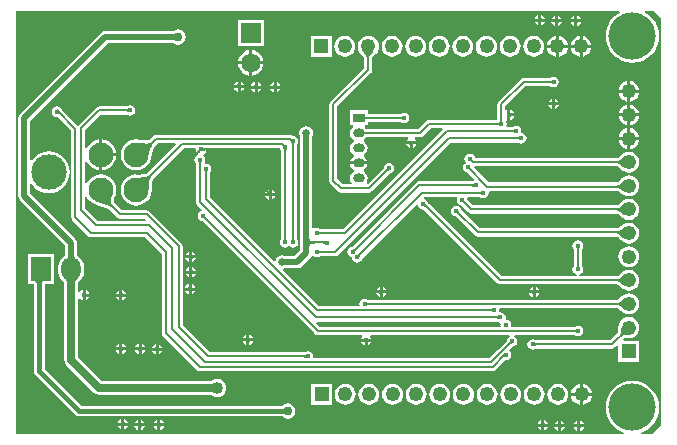
<source format=gbl>
G04*
G04 #@! TF.GenerationSoftware,Altium Limited,Altium Designer,19.0.4 (130)*
G04*
G04 Layer_Physical_Order=2*
G04 Layer_Color=16711680*
%FSTAX24Y24*%
%MOIN*%
G70*
G01*
G75*
%ADD15C,0.0070*%
%ADD16C,0.0150*%
%ADD17C,0.0050*%
%ADD76C,0.0200*%
%ADD77C,0.0250*%
%ADD79R,0.0492X0.0492*%
%ADD80C,0.0492*%
%ADD81R,0.0492X0.0492*%
%ADD82O,0.0384X0.0300*%
%ADD83R,0.0384X0.0300*%
%ADD84C,0.0650*%
%ADD85R,0.0650X0.0650*%
%ADD86C,0.1181*%
%ADD87C,0.0827*%
%ADD88O,0.0650X0.0800*%
%ADD89R,0.0650X0.0800*%
%ADD90C,0.0150*%
%ADD91C,0.1575*%
%ADD92C,0.0400*%
%ADD93C,0.0300*%
%ADD94C,0.0250*%
G36*
X056073Y037377D02*
Y02525D01*
Y023813D01*
X055773Y023513D01*
X055413Y023509D01*
X055405Y023559D01*
X055461Y023576D01*
X055615Y023659D01*
X055751Y023769D01*
X055861Y023905D01*
X055944Y024059D01*
X055995Y024226D01*
X056012Y0244D01*
X055995Y024574D01*
X055944Y024741D01*
X055861Y024895D01*
X055751Y025031D01*
X055615Y025141D01*
X055461Y025224D01*
X055294Y025275D01*
X05512Y025292D01*
X054946Y025275D01*
X054779Y025224D01*
X054625Y025141D01*
X054489Y025031D01*
X054379Y024895D01*
X054296Y024741D01*
X054245Y024574D01*
X054228Y0244D01*
X054245Y024226D01*
X054296Y024059D01*
X054379Y023905D01*
X054489Y023769D01*
X054625Y023659D01*
X054779Y023576D01*
X054854Y023553D01*
X054846Y023503D01*
X054772Y023503D01*
X034577D01*
Y024D01*
X034577Y037623D01*
X054689D01*
X054702Y037573D01*
X054625Y037531D01*
X054489Y037421D01*
X054379Y037285D01*
X054296Y037131D01*
X054245Y036964D01*
X054228Y03679D01*
X054245Y036616D01*
X054296Y036449D01*
X054379Y036295D01*
X054489Y036159D01*
X054625Y036049D01*
X054779Y035966D01*
X054946Y035915D01*
X05512Y035898D01*
X055294Y035915D01*
X055461Y035966D01*
X055615Y036049D01*
X055751Y036159D01*
X055861Y036295D01*
X055944Y036449D01*
X055995Y036616D01*
X056012Y03679D01*
X055995Y036964D01*
X055944Y037131D01*
X055861Y037285D01*
X055751Y037421D01*
X055615Y037531D01*
X055538Y037573D01*
X055551Y037623D01*
X055827D01*
X056073Y037377D01*
D02*
G37*
%LPC*%
G36*
X052075Y037483D02*
Y037364D01*
X052194D01*
X05219Y037382D01*
X052151Y03744D01*
X052093Y037479D01*
X052075Y037483D01*
D02*
G37*
G36*
X051975D02*
X051957Y037479D01*
X051899Y03744D01*
X05186Y037382D01*
X051857Y037364D01*
X051975D01*
Y037483D01*
D02*
G37*
G36*
X053285Y037463D02*
Y037344D01*
X053404D01*
X0534Y037362D01*
X053361Y03742D01*
X053303Y037459D01*
X053285Y037463D01*
D02*
G37*
G36*
X053185D02*
X053167Y037459D01*
X053109Y03742D01*
X05307Y037362D01*
X053067Y037344D01*
X053185D01*
Y037463D01*
D02*
G37*
G36*
X05264D02*
Y037344D01*
X052758D01*
X052755Y037362D01*
X052716Y03742D01*
X052658Y037459D01*
X05264Y037463D01*
D02*
G37*
G36*
X05254D02*
X052522Y037459D01*
X052464Y03742D01*
X052425Y037362D01*
X052422Y037344D01*
X05254D01*
Y037463D01*
D02*
G37*
G36*
X052194Y037264D02*
X052075D01*
Y037146D01*
X052093Y037149D01*
X052151Y037188D01*
X05219Y037246D01*
X052194Y037264D01*
D02*
G37*
G36*
X051975D02*
X051857D01*
X05186Y037246D01*
X051899Y037188D01*
X051957Y037149D01*
X051975Y037146D01*
Y037264D01*
D02*
G37*
G36*
X053404Y037244D02*
X053285D01*
Y037126D01*
X053303Y037129D01*
X053361Y037168D01*
X0534Y037226D01*
X053404Y037244D01*
D02*
G37*
G36*
X053185D02*
X053067D01*
X05307Y037226D01*
X053109Y037168D01*
X053167Y037129D01*
X053185Y037126D01*
Y037244D01*
D02*
G37*
G36*
X052758D02*
X05264D01*
Y037126D01*
X052658Y037129D01*
X052716Y037168D01*
X052755Y037226D01*
X052758Y037244D01*
D02*
G37*
G36*
X05254D02*
X052422D01*
X052425Y037226D01*
X052464Y037168D01*
X052522Y037129D01*
X05254Y037126D01*
Y037244D01*
D02*
G37*
G36*
X039981Y037005D02*
X039884Y036985D01*
X039838Y036955D01*
X039814Y036954D01*
X037554D01*
X037476Y036938D01*
X03741Y036894D01*
X034701Y034185D01*
X034657Y034119D01*
X034641Y034041D01*
Y03145D01*
X034657Y031372D01*
X034701Y031306D01*
X036206Y029801D01*
Y029524D01*
X036205Y029502D01*
X0362Y02947D01*
X036195Y029446D01*
X036195Y029446D01*
X036107Y029378D01*
X036039Y029289D01*
X035996Y029186D01*
X035981Y029075D01*
Y028925D01*
X035996Y028814D01*
X036039Y028711D01*
X036107Y028622D01*
X036164Y028578D01*
X036166Y028572D01*
X036173Y028536D01*
X036181Y028449D01*
Y02599D01*
X036198Y025902D01*
X036248Y025828D01*
X037188Y024888D01*
X037262Y024838D01*
X03735Y024821D01*
X041076D01*
X041086Y02482D01*
X041087Y02482D01*
X041129Y024788D01*
X041202Y024758D01*
X04128Y024747D01*
X041358Y024758D01*
X041431Y024788D01*
X041494Y024836D01*
X041542Y024899D01*
X041572Y024972D01*
X041583Y02505D01*
X041572Y025128D01*
X041542Y025201D01*
X041494Y025264D01*
X041431Y025312D01*
X041358Y025342D01*
X04128Y025353D01*
X041202Y025342D01*
X041129Y025312D01*
X041089Y025281D01*
X041059Y025279D01*
X037445D01*
X036639Y026085D01*
Y02804D01*
X036689Y028056D01*
X036714Y028019D01*
X036772Y02798D01*
X03679Y027977D01*
Y028145D01*
Y028314D01*
X036772Y02831D01*
X036714Y028271D01*
X036689Y028235D01*
X036639Y02825D01*
Y028456D01*
X036642Y02849D01*
X036647Y028535D01*
X036654Y028572D01*
X036656Y028578D01*
X036713Y028622D01*
X036781Y028711D01*
X036824Y028814D01*
X036839Y028925D01*
Y029075D01*
X036824Y029186D01*
X036781Y029289D01*
X036713Y029378D01*
X036625Y029446D01*
X036625Y029446D01*
X03662Y029469D01*
X036614Y02953D01*
Y029885D01*
X036598Y029963D01*
X036554Y030029D01*
X035049Y031534D01*
Y031834D01*
X035099Y031845D01*
X035177Y03175D01*
X035282Y031664D01*
X035402Y031599D01*
X035532Y03156D01*
X035668Y031547D01*
X035803Y03156D01*
X035933Y031599D01*
X036053Y031664D01*
X036158Y03175D01*
X036245Y031855D01*
X036309Y031975D01*
X036348Y032105D01*
X036362Y032241D01*
X036348Y032376D01*
X036309Y032506D01*
X036245Y032626D01*
X036158Y032731D01*
X036053Y032817D01*
X035933Y032882D01*
X035803Y032921D01*
X035668Y032934D01*
X035532Y032921D01*
X035402Y032882D01*
X035282Y032817D01*
X035177Y032731D01*
X035099Y032636D01*
X035049Y032647D01*
Y033956D01*
X037639Y036546D01*
X039836D01*
X039884Y036514D01*
X039981Y036495D01*
X040079Y036514D01*
X040161Y03657D01*
X040217Y036652D01*
X040236Y03675D01*
X040217Y036848D01*
X040161Y03693D01*
X040079Y036985D01*
X039981Y037005D01*
D02*
G37*
G36*
X052671Y036783D02*
Y036491D01*
X052963D01*
X052958Y036531D01*
X052923Y036615D01*
X052867Y036687D01*
X052795Y036743D01*
X052711Y036778D01*
X052671Y036783D01*
D02*
G37*
G36*
X052571D02*
X05253Y036778D01*
X052446Y036743D01*
X052374Y036687D01*
X052318Y036615D01*
X052283Y036531D01*
X052278Y036491D01*
X052571D01*
Y036783D01*
D02*
G37*
G36*
X053458D02*
Y036491D01*
X05375D01*
X053745Y036531D01*
X05371Y036615D01*
X053655Y036687D01*
X053582Y036743D01*
X053498Y036778D01*
X053458Y036783D01*
D02*
G37*
G36*
X053358D02*
X053318Y036778D01*
X053233Y036743D01*
X053161Y036687D01*
X053106Y036615D01*
X053071Y036531D01*
X053066Y036491D01*
X053358D01*
Y036783D01*
D02*
G37*
G36*
X042825Y037313D02*
X041975D01*
Y036463D01*
X042825D01*
Y037313D01*
D02*
G37*
G36*
X052571Y036391D02*
X052278D01*
X052283Y03635D01*
X052318Y036266D01*
X052374Y036194D01*
X052446Y036138D01*
X05253Y036103D01*
X052571Y036098D01*
Y036391D01*
D02*
G37*
G36*
X05375Y036391D02*
X053458D01*
Y036098D01*
X053498Y036103D01*
X053582Y036138D01*
X053655Y036194D01*
X05371Y036266D01*
X053745Y03635D01*
X05375Y036391D01*
D02*
G37*
G36*
X053358D02*
X053066D01*
X053071Y03635D01*
X053106Y036266D01*
X053161Y036194D01*
X053233Y036138D01*
X053318Y036103D01*
X053358Y036098D01*
Y036391D01*
D02*
G37*
G36*
X052963Y036391D02*
X052671D01*
Y036098D01*
X052711Y036103D01*
X052795Y036138D01*
X052867Y036194D01*
X052923Y036266D01*
X052958Y03635D01*
X052963Y036391D01*
D02*
G37*
G36*
X045093Y036787D02*
X0444D01*
Y036094D01*
X045093D01*
Y036787D01*
D02*
G37*
G36*
X051833Y03679D02*
X051743Y036778D01*
X051659Y036743D01*
X051586Y036687D01*
X051531Y036615D01*
X051496Y036531D01*
X051484Y036441D01*
X051496Y03635D01*
X051531Y036266D01*
X051586Y036194D01*
X051659Y036138D01*
X051743Y036103D01*
X051833Y036091D01*
X051923Y036103D01*
X052008Y036138D01*
X05208Y036194D01*
X052135Y036266D01*
X05217Y03635D01*
X052182Y036441D01*
X05217Y036531D01*
X052135Y036615D01*
X05208Y036687D01*
X052008Y036743D01*
X051923Y036778D01*
X051833Y03679D01*
D02*
G37*
G36*
X051046D02*
X050955Y036778D01*
X050871Y036743D01*
X050799Y036687D01*
X050743Y036615D01*
X050709Y036531D01*
X050697Y036441D01*
X050709Y03635D01*
X050743Y036266D01*
X050799Y036194D01*
X050871Y036138D01*
X050955Y036103D01*
X051046Y036091D01*
X051136Y036103D01*
X05122Y036138D01*
X051293Y036194D01*
X051348Y036266D01*
X051383Y03635D01*
X051395Y036441D01*
X051383Y036531D01*
X051348Y036615D01*
X051293Y036687D01*
X05122Y036743D01*
X051136Y036778D01*
X051046Y03679D01*
D02*
G37*
G36*
X050258D02*
X050168Y036778D01*
X050084Y036743D01*
X050012Y036687D01*
X049956Y036615D01*
X049921Y036531D01*
X049909Y036441D01*
X049921Y03635D01*
X049956Y036266D01*
X050012Y036194D01*
X050084Y036138D01*
X050168Y036103D01*
X050258Y036091D01*
X050349Y036103D01*
X050433Y036138D01*
X050505Y036194D01*
X050561Y036266D01*
X050596Y03635D01*
X050607Y036441D01*
X050596Y036531D01*
X050561Y036615D01*
X050505Y036687D01*
X050433Y036743D01*
X050349Y036778D01*
X050258Y03679D01*
D02*
G37*
G36*
X049471D02*
X049381Y036778D01*
X049296Y036743D01*
X049224Y036687D01*
X049169Y036615D01*
X049134Y036531D01*
X049122Y036441D01*
X049134Y03635D01*
X049169Y036266D01*
X049224Y036194D01*
X049296Y036138D01*
X049381Y036103D01*
X049471Y036091D01*
X049561Y036103D01*
X049645Y036138D01*
X049718Y036194D01*
X049773Y036266D01*
X049808Y03635D01*
X04982Y036441D01*
X049808Y036531D01*
X049773Y036615D01*
X049718Y036687D01*
X049645Y036743D01*
X049561Y036778D01*
X049471Y03679D01*
D02*
G37*
G36*
X048684D02*
X048593Y036778D01*
X048509Y036743D01*
X048437Y036687D01*
X048381Y036615D01*
X048346Y036531D01*
X048334Y036441D01*
X048346Y03635D01*
X048381Y036266D01*
X048437Y036194D01*
X048509Y036138D01*
X048593Y036103D01*
X048684Y036091D01*
X048774Y036103D01*
X048858Y036138D01*
X04893Y036194D01*
X048986Y036266D01*
X049021Y03635D01*
X049033Y036441D01*
X049021Y036531D01*
X048986Y036615D01*
X04893Y036687D01*
X048858Y036743D01*
X048774Y036778D01*
X048684Y03679D01*
D02*
G37*
G36*
X047896D02*
X047806Y036778D01*
X047722Y036743D01*
X047649Y036687D01*
X047594Y036615D01*
X047559Y036531D01*
X047547Y036441D01*
X047559Y03635D01*
X047594Y036266D01*
X047649Y036194D01*
X047722Y036138D01*
X047806Y036103D01*
X047896Y036091D01*
X047986Y036103D01*
X048071Y036138D01*
X048143Y036194D01*
X048198Y036266D01*
X048233Y03635D01*
X048245Y036441D01*
X048233Y036531D01*
X048198Y036615D01*
X048143Y036687D01*
X048071Y036743D01*
X047986Y036778D01*
X047896Y03679D01*
D02*
G37*
G36*
X047109D02*
X047018Y036778D01*
X046934Y036743D01*
X046862Y036687D01*
X046806Y036615D01*
X046772Y036531D01*
X04676Y036441D01*
X046772Y03635D01*
X046806Y036266D01*
X046862Y036194D01*
X046934Y036138D01*
X047018Y036103D01*
X047109Y036091D01*
X047199Y036103D01*
X047283Y036138D01*
X047356Y036194D01*
X047411Y036266D01*
X047446Y03635D01*
X047458Y036441D01*
X047446Y036531D01*
X047411Y036615D01*
X047356Y036687D01*
X047283Y036743D01*
X047199Y036778D01*
X047109Y03679D01*
D02*
G37*
G36*
X045534D02*
X045444Y036778D01*
X045359Y036743D01*
X045287Y036687D01*
X045232Y036615D01*
X045197Y036531D01*
X045185Y036441D01*
X045197Y03635D01*
X045232Y036266D01*
X045287Y036194D01*
X045359Y036138D01*
X045444Y036103D01*
X045534Y036091D01*
X045624Y036103D01*
X045708Y036138D01*
X045781Y036194D01*
X045836Y036266D01*
X045871Y03635D01*
X045883Y036441D01*
X045871Y036531D01*
X045836Y036615D01*
X045781Y036687D01*
X045708Y036743D01*
X045624Y036778D01*
X045534Y03679D01*
D02*
G37*
G36*
X04245Y03631D02*
Y035938D01*
X042822D01*
X042814Y035999D01*
X042771Y036102D01*
X042703Y036191D01*
X042614Y036259D01*
X042511Y036302D01*
X04245Y03631D01*
D02*
G37*
G36*
X04235Y03631D02*
X042289Y036302D01*
X042186Y036259D01*
X042097Y036191D01*
X042029Y036102D01*
X041986Y035999D01*
X041978Y035938D01*
X04235D01*
Y03631D01*
D02*
G37*
G36*
X042822Y035838D02*
X04245D01*
Y035466D01*
X042511Y035474D01*
X042614Y035517D01*
X042703Y035585D01*
X042771Y035674D01*
X042814Y035777D01*
X042822Y035838D01*
D02*
G37*
G36*
X04235D02*
X041978D01*
X041986Y035777D01*
X042029Y035674D01*
X042097Y035585D01*
X042186Y035517D01*
X042289Y035474D01*
X04235Y035466D01*
Y035838D01*
D02*
G37*
G36*
X042059Y035268D02*
Y03515D01*
X042177D01*
X042174Y035168D01*
X042135Y035226D01*
X042077Y035265D01*
X042059Y035268D01*
D02*
G37*
G36*
X041959D02*
X041941Y035265D01*
X041883Y035226D01*
X041844Y035168D01*
X04184Y03515D01*
X041959D01*
Y035268D01*
D02*
G37*
G36*
X043269Y035248D02*
Y03513D01*
X043387D01*
X043384Y035148D01*
X043345Y035206D01*
X043287Y035245D01*
X043269Y035248D01*
D02*
G37*
G36*
X043169D02*
X043151Y035245D01*
X043093Y035206D01*
X043054Y035148D01*
X04305Y03513D01*
X043169D01*
Y035248D01*
D02*
G37*
G36*
X042624D02*
Y03513D01*
X042742D01*
X042739Y035148D01*
X0427Y035206D01*
X042642Y035245D01*
X042624Y035248D01*
D02*
G37*
G36*
X042524D02*
X042505Y035245D01*
X042448Y035206D01*
X042409Y035148D01*
X042405Y03513D01*
X042524D01*
Y035248D01*
D02*
G37*
G36*
X05249Y035428D02*
X052422Y035415D01*
X052381Y035388D01*
X0515D01*
X051447Y035377D01*
X051403Y035347D01*
X050653Y034597D01*
X050623Y034553D01*
X050612Y0345D01*
Y033988D01*
X04835D01*
X048297Y033977D01*
X048253Y033947D01*
X048253Y033947D01*
X047993Y033688D01*
X046251D01*
X046222Y03373D01*
X046193Y03375D01*
X046208Y0338D01*
X046292D01*
Y033912D01*
X047391D01*
X047432Y033885D01*
X0475Y033872D01*
X047568Y033885D01*
X047626Y033924D01*
X047665Y033982D01*
X047678Y03405D01*
X047665Y034118D01*
X047626Y034176D01*
X047568Y034215D01*
X0475Y034228D01*
X047432Y034215D01*
X047391Y034188D01*
X046292D01*
Y0343D01*
X045708D01*
Y0338D01*
X045792D01*
X045807Y03375D01*
X045778Y03373D01*
X045722Y033648D01*
X045703Y03355D01*
X045722Y033452D01*
X045778Y03337D01*
X045839Y033328D01*
Y033272D01*
X045778Y03323D01*
X045722Y033148D01*
X045703Y03305D01*
X045722Y032952D01*
X045778Y03287D01*
X045839Y032828D01*
Y032772D01*
X045778Y03273D01*
X045722Y032648D01*
X045713Y0326D01*
X046D01*
X046173D01*
Y03262D01*
X046174Y032613D01*
X046176Y032607D01*
X046181Y032602D01*
X046183Y0326D01*
X046287D01*
X046278Y032648D01*
X046222Y03273D01*
X046161Y032772D01*
Y032828D01*
X046222Y03287D01*
X046278Y032952D01*
X046297Y03305D01*
X046278Y033148D01*
X046222Y03323D01*
X046161Y033272D01*
Y033328D01*
X046222Y03337D01*
X046251Y033412D01*
X047624D01*
X047639Y033362D01*
X047624Y033352D01*
X047585Y033294D01*
X047582Y033276D01*
X047694D01*
X047696Y033279D01*
Y033276D01*
X047918D01*
X047915Y033294D01*
X047876Y033352D01*
X047861Y033362D01*
X047876Y033412D01*
X04805D01*
X048103Y033423D01*
X048147Y033453D01*
X048407Y033712D01*
X048782D01*
X048801Y033666D01*
X045488Y030353D01*
X044699D01*
X044658Y03038D01*
X04459Y030394D01*
X044522Y03038D01*
X044504Y030368D01*
X044454Y030395D01*
Y03345D01*
X044462Y033462D01*
X044479Y03355D01*
X044462Y033638D01*
X044412Y033712D01*
X044338Y033762D01*
X04425Y033779D01*
X044162Y033762D01*
X044088Y033712D01*
X044038Y033638D01*
X044021Y03355D01*
X044038Y033462D01*
X044046Y03345D01*
Y0299D01*
Y029634D01*
X043866Y029454D01*
X04355D01*
X043538Y029462D01*
X04345Y029479D01*
X043362Y029462D01*
X043288Y029412D01*
X043238Y029338D01*
X043228Y029288D01*
X043174Y029271D01*
X041037Y031407D01*
Y032241D01*
X041065Y032282D01*
X041078Y03235D01*
X041065Y032418D01*
X041026Y032476D01*
X040968Y032515D01*
X0409Y032528D01*
X040888Y032526D01*
X040858Y032571D01*
X040865Y032582D01*
X040878Y03265D01*
X040865Y032718D01*
X040826Y032776D01*
X040815Y032784D01*
X040817Y032813D01*
X040823Y032838D01*
X040876Y032874D01*
X040915Y032932D01*
X040928Y033D01*
X040928Y033004D01*
X040959Y033042D01*
X043377D01*
X043385Y033003D01*
X043412Y032962D01*
Y030009D01*
X043385Y029968D01*
X043372Y0299D01*
X043385Y029832D01*
X043424Y029774D01*
X043482Y029735D01*
X04355Y029722D01*
X043618Y029735D01*
X043675Y029773D01*
X043732Y029735D01*
X0438Y029722D01*
X043868Y029735D01*
X043926Y029774D01*
X043965Y029832D01*
X043978Y0299D01*
X043965Y029968D01*
X043938Y030009D01*
Y033163D01*
X043965Y033203D01*
X043978Y033271D01*
X043965Y03334D01*
X043926Y033398D01*
X043868Y033436D01*
X04382Y033446D01*
X043819Y033447D01*
X043774Y033477D01*
X043721Y033488D01*
X039235D01*
X039182Y033477D01*
X039137Y033447D01*
X039137Y033447D01*
X039014Y033324D01*
X039009Y03332D01*
X038999Y033314D01*
X038983Y033309D01*
X038961Y033304D01*
X038932Y033301D01*
X038898Y033301D01*
X038859Y033303D01*
X03876Y033319D01*
X038727Y033326D01*
X038715Y033331D01*
X038581Y033349D01*
X038447Y033331D01*
X038322Y03328D01*
X038215Y033197D01*
X038133Y03309D01*
X038081Y032965D01*
X038063Y032831D01*
X038081Y032697D01*
X038133Y032572D01*
X038215Y032465D01*
X038322Y032383D01*
X038447Y032331D01*
X038581Y032313D01*
X038715Y032331D01*
X03884Y032383D01*
X038947Y032465D01*
X03903Y032572D01*
X039081Y032697D01*
X039084Y032719D01*
X039149Y032977D01*
X039175Y033062D01*
X039186Y033091D01*
X039196Y033112D01*
X0392Y033121D01*
X039292Y033212D01*
X039883D01*
X039903Y033166D01*
X038949Y032213D01*
X038946Y032211D01*
X038935Y032204D01*
X038916Y032197D01*
X038889Y032189D01*
X038855Y032181D01*
X038816Y032176D01*
X03865Y032165D01*
X0386Y032165D01*
X038581Y032168D01*
X038447Y03215D01*
X038322Y032098D01*
X038215Y032016D01*
X038133Y031909D01*
X038081Y031784D01*
X038063Y03165D01*
X038081Y031516D01*
X038133Y031391D01*
X038215Y031284D01*
X038322Y031202D01*
X038447Y03115D01*
X038581Y031132D01*
X038715Y03115D01*
X03884Y031202D01*
X038947Y031284D01*
X03903Y031391D01*
X039081Y031516D01*
X039099Y03165D01*
X039097Y031667D01*
X039098Y031781D01*
X039107Y031884D01*
X039113Y031924D01*
X03912Y031958D01*
X039128Y031985D01*
X039135Y032004D01*
X039142Y032015D01*
X039144Y032018D01*
X040168Y033042D01*
X040541D01*
X040572Y033004D01*
X040572Y033D01*
X040585Y032932D01*
X040624Y032874D01*
X040635Y032866D01*
X040633Y032837D01*
X040627Y032812D01*
X040574Y032776D01*
X040535Y032718D01*
X040522Y03265D01*
X040535Y032582D01*
X040562Y032541D01*
Y031257D01*
X040573Y031204D01*
X040603Y03116D01*
X040767Y030995D01*
X040753Y030947D01*
X040742Y030945D01*
X040684Y030906D01*
X040645Y030848D01*
X040632Y03078D01*
X040645Y030712D01*
X040684Y030654D01*
X040742Y030615D01*
X04079Y030606D01*
X044543Y026853D01*
X044587Y026823D01*
X04464Y026812D01*
X046103D01*
X046117Y026782D01*
X046121Y026762D01*
X046085Y026708D01*
X046082Y02669D01*
X046192D01*
X046192Y02669D01*
X046196Y026693D01*
X0462Y026696D01*
X0462Y02669D01*
X046418D01*
X046415Y026708D01*
X046379Y026762D01*
X046383Y026782D01*
X046397Y026812D01*
X050998D01*
X051028Y026766D01*
X051028Y026762D01*
X050974Y026726D01*
X050935Y026668D01*
X050927Y026626D01*
X050623Y026322D01*
X050613Y026308D01*
X050343Y026038D01*
X044505D01*
X044474Y026076D01*
X044478Y0261D01*
X044465Y026168D01*
X044426Y026226D01*
X044368Y026265D01*
X0443Y026278D01*
X044232Y026265D01*
X044191Y026238D01*
X041027D01*
X040128Y027137D01*
Y02978D01*
X040128Y02978D01*
X040117Y029833D01*
X040087Y029877D01*
X040087Y029877D01*
X039032Y030933D01*
X038987Y030962D01*
X038935Y030973D01*
X038097D01*
X037869Y031201D01*
X037865Y031206D01*
X037859Y031216D01*
X037854Y031231D01*
X03785Y031251D01*
X037849Y031277D01*
X03785Y03131D01*
X037854Y031346D01*
X037875Y03144D01*
X037891Y031493D01*
X037891Y031494D01*
X0379Y031516D01*
X037918Y03165D01*
X0379Y031784D01*
X037848Y031909D01*
X037766Y032016D01*
X037659Y032098D01*
X037534Y03215D01*
X0374Y032168D01*
X037266Y03215D01*
X037141Y032098D01*
X037034Y032016D01*
X036952Y031909D01*
X036938Y031875D01*
X036888Y031885D01*
Y032596D01*
X036938Y032606D01*
X036952Y032572D01*
X037034Y032465D01*
X037141Y032383D01*
X037266Y032331D01*
X03735Y03232D01*
Y032831D01*
Y033342D01*
X037266Y033331D01*
X037141Y03328D01*
X037034Y033197D01*
X036952Y03309D01*
X036938Y033056D01*
X036888Y033066D01*
Y033643D01*
X037407Y034162D01*
X038261D01*
X038302Y034135D01*
X03837Y034122D01*
X038438Y034135D01*
X038496Y034174D01*
X038535Y034232D01*
X038548Y0343D01*
X038535Y034368D01*
X038496Y034426D01*
X038438Y034465D01*
X03837Y034478D01*
X038302Y034465D01*
X038261Y034438D01*
X03735D01*
X037297Y034427D01*
X037253Y034397D01*
X036653Y033797D01*
X036639Y033796D01*
X036102Y034332D01*
X036102Y034333D01*
X036066Y034386D01*
X036008Y034425D01*
X03594Y034438D01*
X035872Y034425D01*
X035814Y034386D01*
X035775Y034328D01*
X035762Y03426D01*
X035775Y034192D01*
X035814Y034134D01*
X035872Y034095D01*
X03594Y034082D01*
X03596Y034086D01*
X036412Y033633D01*
Y03074D01*
X036423Y030687D01*
X036453Y030643D01*
X036977Y030118D01*
X037022Y030088D01*
X037075Y030078D01*
X038888D01*
X039432Y029533D01*
Y02688D01*
X039443Y026827D01*
X039473Y026783D01*
X040593Y025663D01*
X040637Y025633D01*
X04069Y025622D01*
X050458D01*
X050511Y025633D01*
X050555Y025663D01*
X05087Y025978D01*
X0509Y025972D01*
X050968Y025985D01*
X051026Y026024D01*
X051065Y026082D01*
X051078Y02615D01*
X051065Y026218D01*
X051026Y026276D01*
X051023Y026278D01*
X051018Y026328D01*
X051115Y026424D01*
X051168Y026435D01*
X051226Y026474D01*
X051265Y026532D01*
X051278Y0266D01*
X051265Y026668D01*
X051226Y026726D01*
X051172Y026762D01*
X051172Y026766D01*
X051202Y026812D01*
X053191D01*
X053232Y026785D01*
X0533Y026772D01*
X053368Y026785D01*
X053426Y026824D01*
X053465Y026882D01*
X053478Y02695D01*
X053465Y027018D01*
X053426Y027076D01*
X053368Y027115D01*
X0533Y027128D01*
X053232Y027115D01*
X053191Y027088D01*
X051105D01*
X051074Y027126D01*
X051078Y02715D01*
X051065Y027218D01*
X051026Y027276D01*
X050968Y027315D01*
X05093Y027322D01*
X0509Y027329D01*
X050894Y027377D01*
X050898Y0274D01*
X050885Y027468D01*
X050846Y027526D01*
X050788Y027565D01*
X05072Y027578D01*
X050715Y027577D01*
X050672Y02762D01*
X050678Y02765D01*
X050673Y027677D01*
X050705Y027715D01*
X054611D01*
X054614Y027715D01*
X054623Y027712D01*
X054634Y027706D01*
X054648Y027698D01*
X054665Y027686D01*
X054683Y027672D01*
X054728Y027633D01*
X054748Y027612D01*
X054753Y027606D01*
X054825Y027551D01*
X05491Y027516D01*
X055Y027504D01*
X05509Y027516D01*
X055175Y027551D01*
X055247Y027606D01*
X055302Y027679D01*
X055337Y027763D01*
X055349Y027853D01*
X055337Y027943D01*
X055302Y028028D01*
X055247Y0281D01*
X055175Y028155D01*
X05509Y02819D01*
X055Y028202D01*
X05491Y02819D01*
X054825Y028155D01*
X054753Y0281D01*
X054748Y028094D01*
X054728Y028074D01*
X054683Y028034D01*
X054665Y02802D01*
X054648Y028009D01*
X054634Y028D01*
X054623Y027995D01*
X054614Y027992D01*
X054611Y027991D01*
X046309D01*
X046268Y028018D01*
X0462Y028032D01*
X046132Y028018D01*
X046074Y027979D01*
X046035Y027921D01*
X046022Y027853D01*
X046027Y027826D01*
X045995Y027788D01*
X044657D01*
X043471Y028974D01*
X043488Y029028D01*
X043538Y029038D01*
X04355Y029046D01*
X04395D01*
X044028Y029062D01*
X044094Y029106D01*
X044394Y029406D01*
X044425Y029452D01*
X044482Y029456D01*
X044484Y029453D01*
X044542Y029415D01*
X04461Y029401D01*
X044678Y029415D01*
X044719Y029442D01*
X04522D01*
X045272Y029452D01*
X045317Y029482D01*
X049067Y033232D01*
X051311D01*
X051352Y033205D01*
X05142Y033192D01*
X051488Y033205D01*
X051546Y033244D01*
X051585Y033302D01*
X051598Y03337D01*
X051585Y033438D01*
X051546Y033496D01*
X051488Y033535D01*
X05145Y033542D01*
X05142Y033549D01*
X051414Y033597D01*
X051418Y03362D01*
X051405Y033688D01*
X051366Y033746D01*
X051308Y033785D01*
X05124Y033798D01*
X051172Y033785D01*
X051131Y033758D01*
X050954D01*
X05092Y033808D01*
X050928Y03385D01*
X050915Y033918D01*
X050914Y033919D01*
X050917Y033942D01*
X05095Y03397D01*
Y03415D01*
Y034204D01*
X050947D01*
X05095Y034206D01*
Y034318D01*
X050938Y034316D01*
X050921Y034321D01*
X050888Y034338D01*
Y034443D01*
X051557Y035112D01*
X052381D01*
X052422Y035085D01*
X05249Y035072D01*
X052558Y035085D01*
X052616Y035124D01*
X052655Y035182D01*
X052668Y03525D01*
X052655Y035318D01*
X052616Y035376D01*
X052558Y035415D01*
X05249Y035428D01*
D02*
G37*
G36*
X05505Y035282D02*
Y03499D01*
X055342D01*
X055337Y03503D01*
X055302Y035114D01*
X055247Y035187D01*
X055175Y035242D01*
X05509Y035277D01*
X05505Y035282D01*
D02*
G37*
G36*
X05495D02*
X05491Y035277D01*
X054825Y035242D01*
X054753Y035187D01*
X054698Y035114D01*
X054663Y03503D01*
X054658Y03499D01*
X05495D01*
Y035282D01*
D02*
G37*
G36*
X055Y03494D02*
D01*
D01*
D01*
D02*
G37*
G36*
X042177Y03505D02*
X042059D01*
Y034931D01*
X042077Y034935D01*
X042135Y034974D01*
X042174Y035031D01*
X042177Y03505D01*
D02*
G37*
G36*
X041959D02*
X04184D01*
X041844Y035031D01*
X041883Y034974D01*
X041941Y034935D01*
X041959Y034931D01*
Y03505D01*
D02*
G37*
G36*
X043387Y03503D02*
X043269D01*
Y034911D01*
X043287Y034915D01*
X043345Y034954D01*
X043384Y035011D01*
X043387Y03503D01*
D02*
G37*
G36*
X043169D02*
X04305D01*
X043054Y035011D01*
X043093Y034954D01*
X043151Y034915D01*
X043169Y034911D01*
Y03503D01*
D02*
G37*
G36*
X042742D02*
X042624D01*
Y034911D01*
X042642Y034915D01*
X0427Y034954D01*
X042739Y035011D01*
X042742Y03503D01*
D02*
G37*
G36*
X042524D02*
X042405D01*
X042409Y035011D01*
X042448Y034954D01*
X042505Y034915D01*
X042524Y034911D01*
Y03503D01*
D02*
G37*
G36*
X055342Y03489D02*
X05505D01*
Y034597D01*
X05509Y034603D01*
X055175Y034637D01*
X055247Y034693D01*
X055302Y034765D01*
X055337Y034849D01*
X055342Y03489D01*
D02*
G37*
G36*
X05495D02*
X054658D01*
X054663Y034849D01*
X054698Y034765D01*
X054753Y034693D01*
X054825Y034637D01*
X05491Y034603D01*
X05495Y034597D01*
Y03489D01*
D02*
G37*
G36*
X05254Y034695D02*
Y034576D01*
X052658D01*
X052655Y034595D01*
X052616Y034652D01*
X052558Y034691D01*
X05254Y034695D01*
D02*
G37*
G36*
X05244D02*
X052422Y034691D01*
X052364Y034652D01*
X052325Y034595D01*
X052322Y034576D01*
X052434D01*
X052436Y034579D01*
Y034576D01*
X05244D01*
Y034695D01*
D02*
G37*
G36*
Y034476D02*
X052436D01*
Y034474D01*
X052434Y034476D01*
X052322D01*
X052325Y034458D01*
X052364Y0344D01*
X052422Y034361D01*
X05244Y034358D01*
Y034476D01*
D02*
G37*
G36*
X052658D02*
X05254D01*
Y034358D01*
X052558Y034361D01*
X052616Y0344D01*
X052655Y034458D01*
X052658Y034476D01*
D02*
G37*
G36*
X05505Y034495D02*
Y034202D01*
X055342D01*
X055337Y034243D01*
X055302Y034327D01*
X055247Y034399D01*
X055175Y034455D01*
X05509Y03449D01*
X05505Y034495D01*
D02*
G37*
G36*
X05495D02*
X05491Y03449D01*
X054825Y034455D01*
X054753Y034399D01*
X054698Y034327D01*
X054663Y034243D01*
X054658Y034202D01*
X05495D01*
Y034495D01*
D02*
G37*
G36*
X05105Y034318D02*
Y034206D01*
X051052Y034204D01*
X05105D01*
Y0342D01*
X051168D01*
X051165Y034218D01*
X051126Y034276D01*
X051068Y034315D01*
X05105Y034318D01*
D02*
G37*
G36*
X051168Y0341D02*
X05105D01*
Y033982D01*
X051068Y033985D01*
X051126Y034024D01*
X051165Y034082D01*
X051168Y0341D01*
D02*
G37*
G36*
X055342Y034102D02*
X05505D01*
Y03381D01*
X05509Y033815D01*
X055175Y03385D01*
X055247Y033906D01*
X055302Y033978D01*
X055337Y034062D01*
X055342Y034102D01*
D02*
G37*
G36*
X05495D02*
X054658D01*
X054663Y034062D01*
X054698Y033978D01*
X054753Y033906D01*
X054825Y03385D01*
X05491Y033815D01*
X05495Y03381D01*
Y034102D01*
D02*
G37*
G36*
X05505Y033707D02*
Y033415D01*
X055342D01*
X055337Y033455D01*
X055302Y033539D01*
X055247Y033612D01*
X055175Y033667D01*
X05509Y033702D01*
X05505Y033707D01*
D02*
G37*
G36*
X05495D02*
X05491Y033702D01*
X054825Y033667D01*
X054753Y033612D01*
X054698Y033539D01*
X054663Y033455D01*
X054658Y033415D01*
X05495D01*
Y033707D01*
D02*
G37*
G36*
X0477Y033176D02*
X047696D01*
Y033174D01*
X047694Y033176D01*
X047582D01*
X047585Y033158D01*
X047624Y0331D01*
X047682Y033061D01*
X0477Y033058D01*
Y033176D01*
D02*
G37*
G36*
X047918D02*
X0478D01*
Y033058D01*
X047818Y033061D01*
X047876Y0331D01*
X047915Y033158D01*
X047918Y033176D01*
D02*
G37*
G36*
X055342Y033315D02*
X05505D01*
Y033022D01*
X05509Y033028D01*
X055175Y033063D01*
X055247Y033118D01*
X055302Y03319D01*
X055337Y033275D01*
X055342Y033315D01*
D02*
G37*
G36*
X05495D02*
X054658D01*
X054663Y033275D01*
X054698Y03319D01*
X054753Y033118D01*
X054825Y033063D01*
X05491Y033028D01*
X05495Y033022D01*
Y033315D01*
D02*
G37*
G36*
X03745Y033342D02*
Y032881D01*
X037911D01*
X0379Y032965D01*
X037848Y03309D01*
X037766Y033197D01*
X037659Y03328D01*
X037534Y033331D01*
X03745Y033342D01*
D02*
G37*
G36*
X055Y032927D02*
X05491Y032915D01*
X054825Y03288D01*
X054753Y032824D01*
X054748Y032818D01*
X054728Y032798D01*
X054683Y032758D01*
X054665Y032745D01*
X054648Y032733D01*
X054634Y032725D01*
X054623Y032719D01*
X054614Y032716D01*
X054611Y032715D01*
X049877D01*
X049871Y032721D01*
X049869Y032723D01*
X049869Y032723D01*
X049869Y032724D01*
X049865Y032744D01*
X049826Y032802D01*
X049768Y03284D01*
X0497Y032854D01*
X049632Y03284D01*
X049574Y032802D01*
X049535Y032744D01*
X049522Y032675D01*
X049535Y032607D01*
X049568Y032557D01*
X049524Y032528D01*
X049485Y03247D01*
X049472Y032401D01*
X049485Y032333D01*
X049524Y032275D01*
X049582Y032237D01*
X04963Y032227D01*
X049846Y032011D01*
X049825Y031961D01*
X049791Y031938D01*
X048009D01*
X048009Y031938D01*
X047956Y031927D01*
X047911Y031897D01*
X047911Y031897D01*
X04578Y029766D01*
X045732Y029756D01*
X045674Y029717D01*
X045635Y02966D01*
X045622Y029591D01*
X045635Y029523D01*
X045674Y029465D01*
X045732Y029426D01*
X045775Y029418D01*
X045772Y0294D01*
X045785Y029332D01*
X045824Y029274D01*
X045882Y029235D01*
X04595Y029222D01*
X046018Y029235D01*
X046076Y029274D01*
X046115Y029332D01*
X046124Y02938D01*
X047923Y031178D01*
X047943Y031174D01*
X047974Y031158D01*
X047985Y031101D01*
X048024Y031043D01*
X048082Y031004D01*
X04815Y03099D01*
X048162Y030993D01*
X050612Y028543D01*
X050657Y028513D01*
X050709Y028503D01*
X054611D01*
X054614Y028502D01*
X054623Y028499D01*
X054634Y028494D01*
X054648Y028485D01*
X054665Y028474D01*
X054683Y02846D01*
X054728Y02842D01*
X054748Y0284D01*
X054753Y028394D01*
X054825Y028338D01*
X05491Y028303D01*
X055Y028291D01*
X05509Y028303D01*
X055175Y028338D01*
X055247Y028394D01*
X055302Y028466D01*
X055337Y02855D01*
X055349Y028641D01*
X055337Y028731D01*
X055302Y028815D01*
X055247Y028887D01*
X055175Y028943D01*
X05509Y028978D01*
X055Y02899D01*
X05491Y028978D01*
X054825Y028943D01*
X054753Y028887D01*
X054748Y028881D01*
X054728Y028861D01*
X054683Y028821D01*
X054665Y028807D01*
X054648Y028796D01*
X054634Y028788D01*
X054623Y028782D01*
X054614Y028779D01*
X054611Y028778D01*
X053338D01*
X053333Y028828D01*
X053368Y028835D01*
X053426Y028874D01*
X053465Y028932D01*
X053478Y029D01*
X053465Y029068D01*
X053438Y029109D01*
Y029679D01*
X053465Y02972D01*
X053478Y029788D01*
X053465Y029857D01*
X053426Y029914D01*
X053368Y029953D01*
X0533Y029967D01*
X053232Y029953D01*
X053174Y029914D01*
X053135Y029857D01*
X053122Y029788D01*
X053135Y02972D01*
X053162Y029679D01*
Y029109D01*
X053135Y029068D01*
X053122Y029D01*
X053135Y028932D01*
X053174Y028874D01*
X053232Y028835D01*
X053267Y028828D01*
X053262Y028778D01*
X050766D01*
X048317Y031227D01*
X048317Y031227D01*
X048317Y031228D01*
X048315Y031237D01*
X048276Y031295D01*
X048218Y031334D01*
X04819Y031339D01*
X048164Y03139D01*
X048164Y031393D01*
X048185Y031412D01*
X049262D01*
X049279Y031379D01*
X049284Y031362D01*
X049272Y0313D01*
X049285Y031232D01*
X049324Y031174D01*
X049382Y031135D01*
X04943Y031126D01*
X049651Y030904D01*
X049696Y030874D01*
X049749Y030864D01*
X054611D01*
X054614Y030863D01*
X054623Y03086D01*
X054634Y030854D01*
X054649Y030846D01*
X054666Y030834D01*
X054684Y03082D01*
X054729Y030781D01*
X054749Y030762D01*
X054753Y030756D01*
X054825Y0307D01*
X05491Y030666D01*
X055Y030654D01*
X05509Y030666D01*
X055175Y0307D01*
X055247Y030756D01*
X055302Y030828D01*
X055337Y030912D01*
X055349Y031003D01*
X055337Y031093D01*
X055302Y031177D01*
X055247Y03125D01*
X055175Y031305D01*
X05509Y03134D01*
X055Y031352D01*
X05491Y03134D01*
X054825Y031305D01*
X054753Y03125D01*
X054748Y031243D01*
X054727Y031222D01*
X054683Y031182D01*
X054665Y031168D01*
X054648Y031157D01*
X054634Y031148D01*
X054622Y031143D01*
X054614Y03114D01*
X054611Y031139D01*
X049806D01*
X049624Y03132D01*
X049616Y031362D01*
X049621Y031379D01*
X049638Y031412D01*
X050041D01*
X050082Y031385D01*
X05015Y031372D01*
X050218Y031385D01*
X050276Y031424D01*
X050315Y031482D01*
X050328Y03155D01*
X050323Y031578D01*
X050364Y031628D01*
X054615D01*
X054619Y031627D01*
X054628Y031624D01*
X054641Y031618D01*
X054658Y031609D01*
X054675Y031599D01*
X05475Y031545D01*
X054778Y031522D01*
X054787Y031517D01*
X054825Y031488D01*
X05491Y031453D01*
X055Y031441D01*
X05509Y031453D01*
X055175Y031488D01*
X055247Y031543D01*
X055302Y031616D01*
X055337Y0317D01*
X055349Y03179D01*
X055337Y031881D01*
X055302Y031965D01*
X055247Y032037D01*
X055175Y032092D01*
X05509Y032127D01*
X055Y032139D01*
X05491Y032127D01*
X054825Y032092D01*
X054753Y032037D01*
X054736Y032015D01*
X054731Y032011D01*
X054688Y031962D01*
X054672Y031945D01*
X054655Y03193D01*
X054641Y031919D01*
X054629Y031911D01*
X054619Y031906D01*
X054612Y031904D01*
X054609Y031903D01*
X050343D01*
X049856Y03239D01*
X049877Y03244D01*
X054611D01*
X054614Y032439D01*
X054623Y032436D01*
X054634Y032431D01*
X054648Y032422D01*
X054665Y032411D01*
X054683Y032397D01*
X054728Y032357D01*
X054748Y032337D01*
X054753Y032331D01*
X054825Y032275D01*
X05491Y03224D01*
X055Y032229D01*
X05509Y03224D01*
X055175Y032275D01*
X055247Y032331D01*
X055302Y032403D01*
X055337Y032487D01*
X055349Y032578D01*
X055337Y032668D01*
X055302Y032752D01*
X055247Y032824D01*
X055175Y03288D01*
X05509Y032915D01*
X055Y032927D01*
D02*
G37*
G36*
X037911Y032781D02*
X03745D01*
Y03232D01*
X037534Y032331D01*
X037659Y032383D01*
X037766Y032465D01*
X037848Y032572D01*
X0379Y032697D01*
X037911Y032781D01*
D02*
G37*
G36*
X043Y031668D02*
X042982Y031665D01*
X042924Y031626D01*
X042885Y031568D01*
X042882Y03155D01*
X04295D01*
X042947Y031554D01*
X042996Y031603D01*
X043Y0316D01*
Y031668D01*
D02*
G37*
G36*
X046321Y03679D02*
X046231Y036778D01*
X046147Y036743D01*
X046075Y036687D01*
X046019Y036615D01*
X045984Y036531D01*
X045972Y036441D01*
X045984Y03635D01*
X046019Y036266D01*
X046051Y036224D01*
X046055Y036216D01*
X0461Y036161D01*
X046133Y036115D01*
X046144Y036097D01*
X046153Y036081D01*
X046158Y036068D01*
X046162Y036058D01*
X046162Y036055D01*
Y035707D01*
X045053Y034597D01*
X045023Y034553D01*
X045012Y0345D01*
Y03195D01*
X045023Y031897D01*
X045053Y031853D01*
X045303Y031603D01*
X045303Y031603D01*
X045347Y031573D01*
X0454Y031562D01*
X046331D01*
X046384Y031573D01*
X046428Y031603D01*
X04702Y032194D01*
X047068Y032204D01*
X047126Y032243D01*
X047165Y032301D01*
X047178Y032369D01*
X047165Y032437D01*
X047126Y032495D01*
X047068Y032534D01*
X047Y032547D01*
X046932Y032534D01*
X046874Y032495D01*
X046835Y032437D01*
X046826Y032389D01*
X0463Y031864D01*
X046281Y031867D01*
X046258Y031922D01*
X046278Y031952D01*
X046297Y03205D01*
X046278Y032148D01*
X046222Y03223D01*
X046161Y032272D01*
Y032328D01*
X046222Y03237D01*
X046278Y032452D01*
X046287Y0325D01*
X046183D01*
X046181Y032498D01*
X046176Y032493D01*
X046174Y032487D01*
X046173Y03248D01*
Y0325D01*
X046D01*
X045713D01*
X045722Y032452D01*
X045778Y03237D01*
X045839Y032328D01*
Y032272D01*
X045778Y03223D01*
X045722Y032148D01*
X045703Y03205D01*
X045722Y031952D01*
X045766Y031888D01*
X045743Y031838D01*
X045457D01*
X045288Y032007D01*
Y034443D01*
X046397Y035553D01*
X046397Y035553D01*
X046427Y035597D01*
X046438Y03565D01*
X046438Y03565D01*
Y03605D01*
X046438Y036053D01*
X046441Y03606D01*
X046446Y03607D01*
X046454Y036083D01*
X046465Y036097D01*
X046479Y036113D01*
X046519Y036152D01*
X046544Y036173D01*
X046548Y036178D01*
X046568Y036194D01*
X046624Y036266D01*
X046659Y03635D01*
X04667Y036441D01*
X046659Y036531D01*
X046624Y036615D01*
X046568Y036687D01*
X046496Y036743D01*
X046412Y036778D01*
X046321Y03679D01*
D02*
G37*
G36*
X0431Y031668D02*
Y03155D01*
X043218D01*
X043215Y031568D01*
X043176Y031626D01*
X043118Y031665D01*
X0431Y031668D01*
D02*
G37*
G36*
X043218Y03145D02*
X0431D01*
Y031332D01*
X043118Y031335D01*
X043176Y031374D01*
X043215Y031432D01*
X043218Y03145D01*
D02*
G37*
G36*
X043D02*
X042882D01*
X042885Y031432D01*
X042924Y031374D01*
X042982Y031335D01*
X043Y031332D01*
Y03145D01*
D02*
G37*
G36*
X04925Y031128D02*
X049182Y031115D01*
X049124Y031076D01*
X049085Y031018D01*
X049072Y03095D01*
X049085Y030882D01*
X049124Y030824D01*
X049182Y030785D01*
X04923Y030776D01*
X049868Y030137D01*
X049913Y030108D01*
X049965Y030097D01*
X049965Y030097D01*
X054609D01*
X054612Y030096D01*
X05462Y030094D01*
X05463Y030088D01*
X054643Y03008D01*
X054657Y030069D01*
X054673Y030055D01*
X054713Y030015D01*
X054734Y029991D01*
X054739Y029987D01*
X054753Y029969D01*
X054825Y029913D01*
X05491Y029878D01*
X055Y029866D01*
X05509Y029878D01*
X055175Y029913D01*
X055247Y029969D01*
X055302Y030041D01*
X055337Y030125D01*
X055349Y030215D01*
X055337Y030306D01*
X055302Y03039D01*
X055247Y030462D01*
X055175Y030518D01*
X05509Y030553D01*
X055Y030564D01*
X05491Y030553D01*
X054825Y030518D01*
X05478Y030483D01*
X054772Y030479D01*
X054744Y030455D01*
X05472Y030435D01*
X054673Y030402D01*
X054656Y030391D01*
X054639Y030382D01*
X054627Y030376D01*
X054617Y030373D01*
X054614Y030372D01*
X050022D01*
X049424Y03097D01*
X049415Y031018D01*
X049376Y031076D01*
X049318Y031115D01*
X04925Y031128D01*
D02*
G37*
G36*
X04044Y029598D02*
Y02948D01*
X040558D01*
X040555Y029498D01*
X040516Y029556D01*
X040458Y029595D01*
X04044Y029598D01*
D02*
G37*
G36*
X04034D02*
X040322Y029595D01*
X040264Y029556D01*
X040225Y029498D01*
X040222Y02948D01*
X040332D01*
X040332Y02948D01*
X040334Y029485D01*
X040336Y02949D01*
X040337Y029496D01*
X040338Y029502D01*
X04034Y029515D01*
X04034Y029523D01*
X04034Y029531D01*
X04034D01*
Y029598D01*
D02*
G37*
G36*
X040558Y02938D02*
X04044D01*
Y029262D01*
X040458Y029265D01*
X040516Y029304D01*
X040555Y029362D01*
X040558Y02938D01*
D02*
G37*
G36*
X04034D02*
X040222D01*
X040225Y029362D01*
X040264Y029304D01*
X040322Y029265D01*
X04034Y029262D01*
Y02938D01*
D02*
G37*
G36*
X055Y029777D02*
X05491Y029765D01*
X054825Y02973D01*
X054753Y029675D01*
X054698Y029602D01*
X054663Y029518D01*
X054651Y029428D01*
X054663Y029338D01*
X054698Y029253D01*
X054753Y029181D01*
X054825Y029126D01*
X05491Y029091D01*
X055Y029079D01*
X05509Y029091D01*
X055175Y029126D01*
X055247Y029181D01*
X055302Y029253D01*
X055337Y029338D01*
X055349Y029428D01*
X055337Y029518D01*
X055302Y029602D01*
X055247Y029675D01*
X055175Y02973D01*
X05509Y029765D01*
X055Y029777D01*
D02*
G37*
G36*
X040443Y029079D02*
Y02896D01*
X040562D01*
X040558Y028978D01*
X040519Y029036D01*
X040462Y029075D01*
X040443Y029079D01*
D02*
G37*
G36*
X040343D02*
X040325Y029075D01*
X040267Y029036D01*
X040228Y028978D01*
X040225Y02896D01*
X040343D01*
Y029079D01*
D02*
G37*
G36*
X040562Y02886D02*
X040443D01*
Y028742D01*
X040462Y028745D01*
X040519Y028784D01*
X040558Y028842D01*
X040562Y02886D01*
D02*
G37*
G36*
X040343D02*
X040225D01*
X040228Y028842D01*
X040267Y028784D01*
X040325Y028745D01*
X040343Y028742D01*
Y02886D01*
D02*
G37*
G36*
X040423Y028514D02*
Y028395D01*
X040542D01*
X040538Y028413D01*
X040499Y028471D01*
X040442Y02851D01*
X040423Y028514D01*
D02*
G37*
G36*
X040323D02*
X040305Y02851D01*
X040247Y028471D01*
X040208Y028413D01*
X040205Y028395D01*
X040323D01*
Y028514D01*
D02*
G37*
G36*
X0468Y028429D02*
Y028311D01*
X046804D01*
Y028313D01*
X046806Y028311D01*
X046918D01*
X046915Y028329D01*
X046876Y028387D01*
X046818Y028426D01*
X0468Y028429D01*
D02*
G37*
G36*
X0467D02*
X046682Y028426D01*
X046624Y028387D01*
X046585Y028329D01*
X046582Y028311D01*
X0467D01*
Y028429D01*
D02*
G37*
G36*
X0519Y028418D02*
Y0283D01*
X052018D01*
X052015Y028318D01*
X051976Y028376D01*
X051918Y028415D01*
X0519Y028418D01*
D02*
G37*
G36*
X0518D02*
X051782Y028415D01*
X051724Y028376D01*
X051685Y028318D01*
X051682Y0283D01*
X051784D01*
X051786Y028301D01*
X051792Y028303D01*
X051796Y028305D01*
X0518Y028307D01*
Y028418D01*
D02*
G37*
G36*
X046918Y028211D02*
X046806D01*
X046804Y028208D01*
Y028211D01*
X0468D01*
Y028092D01*
X046818Y028096D01*
X046876Y028135D01*
X046915Y028192D01*
X046918Y028211D01*
D02*
G37*
G36*
X03689Y028314D02*
Y028195D01*
X037008D01*
X037005Y028213D01*
X036966Y028271D01*
X036908Y02831D01*
X03689Y028314D01*
D02*
G37*
G36*
X03812Y028304D02*
Y028185D01*
X038238D01*
X038235Y028203D01*
X038196Y028261D01*
X038138Y0283D01*
X03812Y028304D01*
D02*
G37*
G36*
X03802Y02819D02*
X03802Y028185D01*
X03802D01*
Y02819D01*
D02*
G37*
G36*
Y028304D02*
X038002Y0283D01*
X037944Y028261D01*
X037905Y028203D01*
X037902Y028185D01*
X038012D01*
X038012Y028185D01*
X038016Y028188D01*
X03802Y028191D01*
Y028304D01*
D02*
G37*
G36*
X040542Y028295D02*
X040423D01*
Y028177D01*
X040442Y02818D01*
X040499Y028219D01*
X040538Y028277D01*
X040542Y028295D01*
D02*
G37*
G36*
X040323D02*
X040205D01*
X040208Y028277D01*
X040247Y028219D01*
X040305Y02818D01*
X040323Y028177D01*
Y028295D01*
D02*
G37*
G36*
X0467Y028211D02*
X046582D01*
X046585Y028192D01*
X046624Y028135D01*
X046682Y028096D01*
X0467Y028092D01*
Y028211D01*
D02*
G37*
G36*
X03689Y028095D02*
X03689D01*
Y02809D01*
X03689Y028095D01*
D02*
G37*
G36*
X052018Y0282D02*
X0519D01*
Y028082D01*
X051918Y028085D01*
X051976Y028124D01*
X052015Y028182D01*
X052018Y0282D01*
D02*
G37*
G36*
X0518D02*
X051682D01*
X051685Y028182D01*
X051724Y028124D01*
X051782Y028085D01*
X0518Y028082D01*
Y0282D01*
D02*
G37*
G36*
X037008Y028095D02*
X036898D01*
X036898Y028095D01*
X036894Y028092D01*
X03689Y028089D01*
Y027977D01*
X036908Y02798D01*
X036966Y028019D01*
X037005Y028077D01*
X037008Y028095D01*
D02*
G37*
G36*
X038238Y028085D02*
X03812D01*
Y027967D01*
X038138Y02797D01*
X038196Y028009D01*
X038235Y028067D01*
X038238Y028085D01*
D02*
G37*
G36*
X03802D02*
X037902D01*
X037905Y028067D01*
X037944Y028009D01*
X038002Y02797D01*
X03802Y027967D01*
Y028085D01*
D02*
G37*
G36*
X055Y027415D02*
X05491Y027403D01*
X054825Y027368D01*
X054753Y027313D01*
X054698Y02724D01*
X054663Y027156D01*
X054651Y027066D01*
X054652Y027058D01*
X054652Y02703D01*
X054648Y02697D01*
X054645Y026947D01*
X054642Y026927D01*
X054637Y026911D01*
X054633Y026899D01*
X054629Y026891D01*
X054628Y026888D01*
X054377Y026638D01*
X051909D01*
X051868Y026665D01*
X0518Y026678D01*
X051732Y026665D01*
X051674Y026626D01*
X051635Y026568D01*
X051622Y0265D01*
X051635Y026432D01*
X051674Y026374D01*
X051732Y026335D01*
X0518Y026322D01*
X051868Y026335D01*
X051909Y026362D01*
X054434D01*
X054487Y026373D01*
X054532Y026403D01*
X054608Y026479D01*
X054654Y02646D01*
Y025932D01*
X055346D01*
Y026624D01*
X054827D01*
X054808Y02667D01*
X054836Y0267D01*
X054845Y026703D01*
X054861Y026707D01*
X054881Y026711D01*
X054904Y026714D01*
X054964Y026718D01*
X054992Y026718D01*
X055Y026717D01*
X05509Y026729D01*
X055175Y026763D01*
X055247Y026819D01*
X055302Y026891D01*
X055337Y026975D01*
X055349Y027066D01*
X055337Y027156D01*
X055302Y02724D01*
X055247Y027313D01*
X055175Y027368D01*
X05509Y027403D01*
X055Y027415D01*
D02*
G37*
G36*
X04235Y026818D02*
Y0267D01*
X042468D01*
X042465Y026718D01*
X042426Y026776D01*
X042368Y026815D01*
X04235Y026818D01*
D02*
G37*
G36*
X04225D02*
X042232Y026815D01*
X042174Y026776D01*
X042135Y026718D01*
X042132Y0267D01*
X04225D01*
Y026818D01*
D02*
G37*
G36*
X04235Y0266D02*
X04235D01*
Y026595D01*
X04235Y0266D01*
D02*
G37*
G36*
X042468D02*
X042358D01*
X042358Y0266D01*
X042354Y026597D01*
X04235Y026594D01*
Y026482D01*
X042368Y026485D01*
X042426Y026524D01*
X042465Y026582D01*
X042468Y0266D01*
D02*
G37*
G36*
X04225D02*
X042132D01*
X042135Y026582D01*
X042174Y026524D01*
X042232Y026485D01*
X04225Y026482D01*
Y0266D01*
D02*
G37*
G36*
X046418Y02659D02*
X0463D01*
Y026472D01*
X046318Y026475D01*
X046376Y026514D01*
X046415Y026572D01*
X046418Y02659D01*
D02*
G37*
G36*
X0462D02*
X046082D01*
X046085Y026572D01*
X046124Y026514D01*
X046182Y026475D01*
X0462Y026472D01*
Y02659D01*
D02*
G37*
G36*
X038765Y026524D02*
Y026405D01*
X038884D01*
X03888Y026423D01*
X038841Y026481D01*
X038783Y02652D01*
X038765Y026524D01*
D02*
G37*
G36*
X038665D02*
X038647Y02652D01*
X038589Y026481D01*
X03855Y026423D01*
X038547Y026405D01*
X038665D01*
Y026524D01*
D02*
G37*
G36*
X03812D02*
Y026405D01*
X038238D01*
X038235Y026423D01*
X038196Y026481D01*
X038138Y02652D01*
X03812Y026524D01*
D02*
G37*
G36*
X03802D02*
X038002Y02652D01*
X037944Y026481D01*
X037905Y026423D01*
X037902Y026405D01*
X03802D01*
Y026524D01*
D02*
G37*
G36*
X03933Y026504D02*
Y026385D01*
X039448D01*
X039445Y026403D01*
X039406Y026461D01*
X039348Y0265D01*
X03933Y026504D01*
D02*
G37*
G36*
X03923D02*
X039212Y0265D01*
X039154Y026461D01*
X039115Y026403D01*
X039112Y026385D01*
X03923D01*
Y026504D01*
D02*
G37*
G36*
X038884Y026305D02*
X038765D01*
Y026187D01*
X038783Y02619D01*
X038841Y026229D01*
X03888Y026287D01*
X038884Y026305D01*
D02*
G37*
G36*
X038665D02*
X038547D01*
X03855Y026287D01*
X038589Y026229D01*
X038647Y02619D01*
X038665Y026187D01*
Y026305D01*
D02*
G37*
G36*
X038238D02*
X03812D01*
Y026187D01*
X038138Y02619D01*
X038196Y026229D01*
X038235Y026287D01*
X038238Y026305D01*
D02*
G37*
G36*
X03802D02*
X037902D01*
X037905Y026287D01*
X037944Y026229D01*
X038002Y02619D01*
X03802Y026187D01*
Y026305D01*
D02*
G37*
G36*
X039448Y026285D02*
X03933D01*
Y026167D01*
X039348Y02617D01*
X039406Y026209D01*
X039445Y026267D01*
X039448Y026285D01*
D02*
G37*
G36*
X03923D02*
X039112D01*
X039115Y026267D01*
X039154Y026209D01*
X039212Y02617D01*
X03923Y026167D01*
Y026285D01*
D02*
G37*
G36*
X053474Y025183D02*
Y024891D01*
X053767D01*
X053762Y024931D01*
X053727Y025015D01*
X053671Y025087D01*
X053599Y025143D01*
X053515Y025178D01*
X053474Y025183D01*
D02*
G37*
G36*
X053374D02*
X053334Y025178D01*
X05325Y025143D01*
X053178Y025087D01*
X053122Y025015D01*
X053087Y024931D01*
X053082Y024891D01*
X053374D01*
Y025183D01*
D02*
G37*
G36*
Y024791D02*
X053082D01*
X053087Y02475D01*
X053122Y024666D01*
X053178Y024594D01*
X05325Y024538D01*
X053334Y024503D01*
X053374Y024498D01*
Y024791D01*
D02*
G37*
G36*
X053767D02*
X053474D01*
Y024498D01*
X053515Y024503D01*
X053599Y024538D01*
X053671Y024594D01*
X053727Y024666D01*
X053762Y02475D01*
X053767Y024791D01*
D02*
G37*
G36*
X045109Y025187D02*
X044417D01*
Y024494D01*
X045109D01*
Y025187D01*
D02*
G37*
G36*
X052637Y02519D02*
X052547Y025178D01*
X052462Y025143D01*
X05239Y025087D01*
X052335Y025015D01*
X0523Y024931D01*
X052288Y024841D01*
X0523Y02475D01*
X052335Y024666D01*
X05239Y024594D01*
X052462Y024538D01*
X052547Y024503D01*
X052637Y024492D01*
X052727Y024503D01*
X052812Y024538D01*
X052884Y024594D01*
X052939Y024666D01*
X052974Y02475D01*
X052986Y024841D01*
X052974Y024931D01*
X052939Y025015D01*
X052884Y025087D01*
X052812Y025143D01*
X052727Y025178D01*
X052637Y02519D01*
D02*
G37*
G36*
X05185D02*
X051759Y025178D01*
X051675Y025143D01*
X051603Y025087D01*
X051547Y025015D01*
X051512Y024931D01*
X051501Y024841D01*
X051512Y02475D01*
X051547Y024666D01*
X051603Y024594D01*
X051675Y024538D01*
X051759Y024503D01*
X05185Y024492D01*
X05194Y024503D01*
X052024Y024538D01*
X052096Y024594D01*
X052152Y024666D01*
X052187Y02475D01*
X052199Y024841D01*
X052187Y024931D01*
X052152Y025015D01*
X052096Y025087D01*
X052024Y025143D01*
X05194Y025178D01*
X05185Y02519D01*
D02*
G37*
G36*
X051062D02*
X050972Y025178D01*
X050888Y025143D01*
X050815Y025087D01*
X05076Y025015D01*
X050725Y024931D01*
X050713Y024841D01*
X050725Y02475D01*
X05076Y024666D01*
X050815Y024594D01*
X050888Y024538D01*
X050972Y024503D01*
X051062Y024492D01*
X051153Y024503D01*
X051237Y024538D01*
X051309Y024594D01*
X051364Y024666D01*
X051399Y02475D01*
X051411Y024841D01*
X051399Y024931D01*
X051364Y025015D01*
X051309Y025087D01*
X051237Y025143D01*
X051153Y025178D01*
X051062Y02519D01*
D02*
G37*
G36*
X050275D02*
X050184Y025178D01*
X0501Y025143D01*
X050028Y025087D01*
X049973Y025015D01*
X049938Y024931D01*
X049926Y024841D01*
X049938Y02475D01*
X049973Y024666D01*
X050028Y024594D01*
X0501Y024538D01*
X050184Y024503D01*
X050275Y024492D01*
X050365Y024503D01*
X050449Y024538D01*
X050522Y024594D01*
X050577Y024666D01*
X050612Y02475D01*
X050624Y024841D01*
X050612Y024931D01*
X050577Y025015D01*
X050522Y025087D01*
X050449Y025143D01*
X050365Y025178D01*
X050275Y02519D01*
D02*
G37*
G36*
X049487D02*
X049397Y025178D01*
X049313Y025143D01*
X049241Y025087D01*
X049185Y025015D01*
X04915Y024931D01*
X049138Y024841D01*
X04915Y02475D01*
X049185Y024666D01*
X049241Y024594D01*
X049313Y024538D01*
X049397Y024503D01*
X049487Y024492D01*
X049578Y024503D01*
X049662Y024538D01*
X049734Y024594D01*
X04979Y024666D01*
X049825Y02475D01*
X049836Y024841D01*
X049825Y024931D01*
X04979Y025015D01*
X049734Y025087D01*
X049662Y025143D01*
X049578Y025178D01*
X049487Y02519D01*
D02*
G37*
G36*
X0487D02*
X04861Y025178D01*
X048525Y025143D01*
X048453Y025087D01*
X048398Y025015D01*
X048363Y024931D01*
X048351Y024841D01*
X048363Y02475D01*
X048398Y024666D01*
X048453Y024594D01*
X048525Y024538D01*
X04861Y024503D01*
X0487Y024492D01*
X04879Y024503D01*
X048875Y024538D01*
X048947Y024594D01*
X049002Y024666D01*
X049037Y02475D01*
X049049Y024841D01*
X049037Y024931D01*
X049002Y025015D01*
X048947Y025087D01*
X048875Y025143D01*
X04879Y025178D01*
X0487Y02519D01*
D02*
G37*
G36*
X047913D02*
X047822Y025178D01*
X047738Y025143D01*
X047666Y025087D01*
X04761Y025015D01*
X047575Y024931D01*
X047564Y024841D01*
X047575Y02475D01*
X04761Y024666D01*
X047666Y024594D01*
X047738Y024538D01*
X047822Y024503D01*
X047913Y024492D01*
X048003Y024503D01*
X048087Y024538D01*
X048159Y024594D01*
X048215Y024666D01*
X04825Y02475D01*
X048262Y024841D01*
X04825Y024931D01*
X048215Y025015D01*
X048159Y025087D01*
X048087Y025143D01*
X048003Y025178D01*
X047913Y02519D01*
D02*
G37*
G36*
X047125D02*
X047035Y025178D01*
X046951Y025143D01*
X046878Y025087D01*
X046823Y025015D01*
X046788Y024931D01*
X046776Y024841D01*
X046788Y02475D01*
X046823Y024666D01*
X046878Y024594D01*
X046951Y024538D01*
X047035Y024503D01*
X047125Y024492D01*
X047216Y024503D01*
X0473Y024538D01*
X047372Y024594D01*
X047427Y024666D01*
X047462Y02475D01*
X047474Y024841D01*
X047462Y024931D01*
X047427Y025015D01*
X047372Y025087D01*
X0473Y025143D01*
X047216Y025178D01*
X047125Y02519D01*
D02*
G37*
G36*
X046338D02*
X046247Y025178D01*
X046163Y025143D01*
X046091Y025087D01*
X046036Y025015D01*
X046001Y024931D01*
X045989Y024841D01*
X046001Y02475D01*
X046036Y024666D01*
X046091Y024594D01*
X046163Y024538D01*
X046247Y024503D01*
X046338Y024492D01*
X046428Y024503D01*
X046512Y024538D01*
X046585Y024594D01*
X04664Y024666D01*
X046675Y02475D01*
X046687Y024841D01*
X046675Y024931D01*
X04664Y025015D01*
X046585Y025087D01*
X046512Y025143D01*
X046428Y025178D01*
X046338Y02519D01*
D02*
G37*
G36*
X04555D02*
X04546Y025178D01*
X045376Y025143D01*
X045304Y025087D01*
X045248Y025015D01*
X045213Y024931D01*
X045201Y024841D01*
X045213Y02475D01*
X045248Y024666D01*
X045304Y024594D01*
X045376Y024538D01*
X04546Y024503D01*
X04555Y024492D01*
X045641Y024503D01*
X045725Y024538D01*
X045797Y024594D01*
X045853Y024666D01*
X045888Y02475D01*
X045899Y024841D01*
X045888Y024931D01*
X045853Y025015D01*
X045797Y025087D01*
X045725Y025143D01*
X045641Y025178D01*
X04555Y02519D01*
D02*
G37*
G36*
X035825Y0295D02*
X034975D01*
Y0285D01*
X035169D01*
X035171Y028492D01*
X035172Y028483D01*
Y0256D01*
X035185Y025532D01*
X035224Y025474D01*
X036544Y024154D01*
X036602Y024115D01*
X03667Y024102D01*
X03667Y024102D01*
X043438D01*
X043442Y024101D01*
X043449Y0241D01*
X04345Y0241D01*
X04345Y0241D01*
X043532Y024044D01*
X04363Y024025D01*
X043728Y024044D01*
X04381Y0241D01*
X043865Y024182D01*
X043885Y02428D01*
X043865Y024378D01*
X04381Y02446D01*
X043728Y024516D01*
X04363Y024535D01*
X043532Y024516D01*
X04345Y02446D01*
X04345Y02446D01*
X043449Y02446D01*
X043443Y024459D01*
X043436Y024458D01*
X036744D01*
X035528Y025674D01*
Y028483D01*
X035529Y028492D01*
X035531Y0285D01*
X035825D01*
Y0295D01*
D02*
G37*
G36*
X038175Y024014D02*
Y023895D01*
X038294D01*
X03829Y023913D01*
X038251Y023971D01*
X038193Y02401D01*
X038175Y024014D01*
D02*
G37*
G36*
X038075D02*
X038057Y02401D01*
X037999Y023971D01*
X03796Y023913D01*
X037957Y023895D01*
X038075D01*
Y024014D01*
D02*
G37*
G36*
X039385Y023994D02*
Y023875D01*
X039504D01*
X0395Y023893D01*
X039461Y023951D01*
X039403Y02399D01*
X039385Y023994D01*
D02*
G37*
G36*
X039285D02*
X039267Y02399D01*
X039209Y023951D01*
X03917Y023893D01*
X039167Y023875D01*
X039285D01*
Y023994D01*
D02*
G37*
G36*
X03874D02*
Y023875D01*
X038858D01*
X038855Y023893D01*
X038816Y023951D01*
X038758Y02399D01*
X03874Y023994D01*
D02*
G37*
G36*
X03864D02*
X038622Y02399D01*
X038564Y023951D01*
X038525Y023893D01*
X038522Y023875D01*
X03864D01*
Y023994D01*
D02*
G37*
G36*
X052175Y023984D02*
Y023865D01*
X052294D01*
X05229Y023883D01*
X052251Y023941D01*
X052193Y02398D01*
X052175Y023984D01*
D02*
G37*
G36*
X052075D02*
X052057Y02398D01*
X051999Y023941D01*
X05196Y023883D01*
X051957Y023865D01*
X052075D01*
Y023984D01*
D02*
G37*
G36*
X053385Y023964D02*
Y023845D01*
X053504D01*
X0535Y023863D01*
X053461Y023921D01*
X053403Y02396D01*
X053385Y023964D01*
D02*
G37*
G36*
X053285D02*
X053267Y02396D01*
X053209Y023921D01*
X05317Y023863D01*
X053167Y023845D01*
X053285D01*
Y023964D01*
D02*
G37*
G36*
X05274D02*
Y023845D01*
X052858D01*
X052855Y023863D01*
X052816Y023921D01*
X052758Y02396D01*
X05274Y023964D01*
D02*
G37*
G36*
X05264D02*
X052622Y02396D01*
X052564Y023921D01*
X052525Y023863D01*
X052522Y023845D01*
X05264D01*
Y023964D01*
D02*
G37*
G36*
X038294Y023795D02*
X038175D01*
Y023677D01*
X038193Y02368D01*
X038251Y023719D01*
X03829Y023777D01*
X038294Y023795D01*
D02*
G37*
G36*
X038075D02*
X037957D01*
X03796Y023777D01*
X037999Y023719D01*
X038057Y02368D01*
X038075Y023677D01*
Y023795D01*
D02*
G37*
G36*
X039504Y023775D02*
X039385D01*
Y023657D01*
X039403Y02366D01*
X039461Y023699D01*
X0395Y023757D01*
X039504Y023775D01*
D02*
G37*
G36*
X039285D02*
X039167D01*
X03917Y023757D01*
X039209Y023699D01*
X039267Y02366D01*
X039285Y023657D01*
Y023775D01*
D02*
G37*
G36*
X038858D02*
X03874D01*
Y023657D01*
X038758Y02366D01*
X038816Y023699D01*
X038855Y023757D01*
X038858Y023775D01*
D02*
G37*
G36*
X03864D02*
X038522D01*
X038525Y023757D01*
X038564Y023699D01*
X038622Y02366D01*
X03864Y023657D01*
Y023775D01*
D02*
G37*
G36*
X052294Y023765D02*
X052175D01*
Y023647D01*
X052193Y02365D01*
X052251Y023689D01*
X05229Y023747D01*
X052294Y023765D01*
D02*
G37*
G36*
X052075D02*
X051957D01*
X05196Y023747D01*
X051999Y023689D01*
X052057Y02365D01*
X052075Y023647D01*
Y023765D01*
D02*
G37*
G36*
X053504Y023745D02*
X053385D01*
Y023627D01*
X053403Y02363D01*
X053461Y023669D01*
X0535Y023727D01*
X053504Y023745D01*
D02*
G37*
G36*
X053285D02*
X053167D01*
X05317Y023727D01*
X053209Y023669D01*
X053267Y02363D01*
X053285Y023627D01*
Y023745D01*
D02*
G37*
G36*
X052858D02*
X05274D01*
Y023627D01*
X052758Y02363D01*
X052816Y023669D01*
X052855Y023727D01*
X052858Y023745D01*
D02*
G37*
G36*
X05264D02*
X052522D01*
X052525Y023727D01*
X052564Y023669D01*
X052622Y02363D01*
X05264Y023627D01*
Y023745D01*
D02*
G37*
%LPD*%
G36*
X039874Y036645D02*
X039872Y036646D01*
X039869Y036647D01*
X039863Y036648D01*
X039848Y036649D01*
X039796Y03665D01*
X039779Y03665D01*
Y03685D01*
X039874Y036855D01*
Y036645D01*
D02*
G37*
G36*
X036511Y029535D02*
X036519Y029453D01*
X036526Y02942D01*
X036535Y029392D01*
X036546Y029369D01*
X036559Y029352D01*
X036574Y029339D01*
X03659Y029331D01*
X036609Y029329D01*
X036211D01*
X03623Y029331D01*
X036246Y029339D01*
X036261Y029352D01*
X036274Y029369D01*
X036285Y029392D01*
X036294Y02942D01*
X036301Y029453D01*
X036306Y029492D01*
X036309Y029535D01*
X03631Y029583D01*
X03651D01*
X036511Y029535D01*
D02*
G37*
G36*
X036635Y028717D02*
X036614Y028706D01*
X036596Y028689D01*
X03658Y028665D01*
X036566Y028634D01*
X036555Y028596D01*
X036546Y028551D01*
X03654Y028499D01*
X036536Y02844D01*
X036535Y028375D01*
X036285D01*
X036284Y02844D01*
X036274Y028551D01*
X036265Y028596D01*
X036254Y028634D01*
X03624Y028665D01*
X036224Y028689D01*
X036206Y028706D01*
X036184Y028717D01*
X036161Y02872D01*
X036659D01*
X036635Y028717D01*
D02*
G37*
G36*
X041137Y02491D02*
X041133Y024913D01*
X041127Y024915D01*
X041119Y024918D01*
X041109Y02492D01*
X041097Y024921D01*
X041066Y024924D01*
X041004Y024925D01*
Y025175D01*
X041027Y025175D01*
X041109Y02518D01*
X041119Y025182D01*
X041127Y025185D01*
X041133Y025187D01*
X041137Y02519D01*
Y02491D01*
D02*
G37*
G36*
X052436Y035198D02*
X052433Y035201D01*
X052429Y035204D01*
X052424Y035206D01*
X052419Y035209D01*
X052413Y035211D01*
X052407Y035212D01*
X052401Y035213D01*
X052394Y035214D01*
X052387Y035215D01*
X052379Y035215D01*
Y035285D01*
X052387Y035285D01*
X052401Y035287D01*
X052407Y035288D01*
X052413Y035289D01*
X052419Y035291D01*
X052424Y035294D01*
X052429Y035296D01*
X052433Y035299D01*
X052436Y035303D01*
Y035198D01*
D02*
G37*
G36*
X038316Y034248D02*
X038313Y034251D01*
X038309Y034254D01*
X038304Y034256D01*
X038299Y034259D01*
X038293Y034261D01*
X038287Y034262D01*
X038281Y034263D01*
X038274Y034264D01*
X038266Y034265D01*
X038259Y034265D01*
Y034335D01*
X038266Y034335D01*
X038281Y034337D01*
X038287Y034338D01*
X038293Y034339D01*
X038299Y034341D01*
X038304Y034344D01*
X038309Y034346D01*
X038313Y034349D01*
X038316Y034353D01*
Y034248D01*
D02*
G37*
G36*
X036011Y034285D02*
X036013Y034282D01*
X036015Y034278D01*
X036021Y03427D01*
X036029Y034261D01*
X036045Y034244D01*
X03602Y034171D01*
X036014Y034176D01*
X036008Y034181D01*
X036003Y034185D01*
X035998Y034188D01*
X035992Y03419D01*
X035987Y034192D01*
X035983Y034193D01*
X035978Y034193D01*
X035973Y034192D01*
X035969Y034191D01*
X03601Y034288D01*
X036011Y034285D01*
D02*
G37*
G36*
X047446Y033997D02*
X047443Y034001D01*
X047439Y034004D01*
X047434Y034006D01*
X047429Y034009D01*
X047423Y034011D01*
X047417Y034012D01*
X047411Y034013D01*
X047404Y034014D01*
X047397Y034015D01*
X047389Y034015D01*
Y034085D01*
X047397Y034085D01*
X047411Y034087D01*
X047417Y034088D01*
X047423Y034089D01*
X047429Y034091D01*
X047434Y034094D01*
X047439Y034096D01*
X047443Y034099D01*
X047446Y034102D01*
Y033997D01*
D02*
G37*
G36*
X04619Y034113D02*
X046193Y034107D01*
X046196Y034102D01*
X046201Y034098D01*
X046208Y034094D01*
X046215Y034091D01*
X046225Y034088D01*
X046235Y034086D01*
X046247Y034085D01*
X046261Y034085D01*
Y034015D01*
X046247Y034015D01*
X046235Y034014D01*
X046225Y034012D01*
X046215Y034009D01*
X046208Y034006D01*
X046201Y034002D01*
X046196Y033998D01*
X046193Y033993D01*
X04619Y033987D01*
X04619Y03398D01*
Y03412D01*
X04619Y034113D01*
D02*
G37*
G36*
X050785Y033953D02*
X050787Y033939D01*
X050788Y033933D01*
X050789Y033927D01*
X050791Y033921D01*
X050794Y033916D01*
X050796Y033911D01*
X050799Y033907D01*
X050802Y033904D01*
X050697D01*
X050701Y033907D01*
X050704Y033911D01*
X050706Y033916D01*
X050709Y033921D01*
X050711Y033927D01*
X050712Y033933D01*
X050713Y033939D01*
X050714Y033946D01*
X050715Y033953D01*
X050715Y033961D01*
X050785D01*
X050785Y033953D01*
D02*
G37*
G36*
X050696Y033798D02*
X050693Y033801D01*
X050689Y033804D01*
X050684Y033806D01*
X050679Y033809D01*
X050673Y033811D01*
X050667Y033812D01*
X050661Y033813D01*
X050654Y033814D01*
X050647Y033815D01*
X050639Y033815D01*
Y033885D01*
X050647Y033885D01*
X050661Y033887D01*
X050667Y033888D01*
X050673Y033889D01*
X050679Y033891D01*
X050684Y033894D01*
X050689Y033896D01*
X050693Y033899D01*
X050696Y033902D01*
Y033798D01*
D02*
G37*
G36*
X051186Y033568D02*
X051183Y033571D01*
X051179Y033574D01*
X051174Y033576D01*
X051169Y033579D01*
X051163Y033581D01*
X051157Y033582D01*
X051151Y033583D01*
X051144Y033584D01*
X051137Y033585D01*
X051129Y033585D01*
Y033655D01*
X051137Y033655D01*
X051151Y033657D01*
X051157Y033658D01*
X051163Y033659D01*
X051169Y033661D01*
X051174Y033664D01*
X051179Y033666D01*
X051183Y033669D01*
X051186Y033672D01*
Y033568D01*
D02*
G37*
G36*
X046174Y033613D02*
X046176Y033607D01*
X046181Y033602D01*
X046187Y033597D01*
X046194Y033594D01*
X046204Y033591D01*
X046214Y033588D01*
X046227Y033586D01*
X046242Y033585D01*
X046258Y033585D01*
Y033515D01*
X046242Y033515D01*
X046214Y033512D01*
X046204Y033509D01*
X046194Y033506D01*
X046187Y033503D01*
X046181Y033498D01*
X046176Y033493D01*
X046174Y033487D01*
X046173Y03348D01*
Y03362D01*
X046174Y033613D01*
D02*
G37*
G36*
X051366Y033317D02*
X051363Y033321D01*
X051359Y033324D01*
X051354Y033326D01*
X051349Y033329D01*
X051343Y033331D01*
X051337Y033332D01*
X051331Y033333D01*
X051324Y033334D01*
X051317Y033335D01*
X051309Y033335D01*
Y033405D01*
X051317Y033405D01*
X051331Y033407D01*
X051337Y033408D01*
X051343Y033409D01*
X051349Y033411D01*
X051354Y033414D01*
X051359Y033416D01*
X051363Y033419D01*
X051366Y033423D01*
Y033317D01*
D02*
G37*
G36*
X043752Y033369D02*
X043772Y033352D01*
X043775Y033349D01*
X043779Y033347D01*
X043781Y033346D01*
X043784Y033345D01*
X043786Y033345D01*
X043726Y033286D01*
X043726Y033288D01*
X043725Y03329D01*
X043724Y033293D01*
X043722Y033296D01*
X04372Y0333D01*
X043712Y033309D01*
X043702Y033319D01*
X043696Y033325D01*
X043746Y033375D01*
X043752Y033369D01*
D02*
G37*
G36*
X039126Y033192D02*
X039115Y033178D01*
X039104Y033157D01*
X039092Y03313D01*
X039079Y033095D01*
X039051Y033005D01*
X038984Y03274D01*
X03868Y033232D01*
X03874Y033219D01*
X038848Y033202D01*
X038895Y033199D01*
X038938Y033199D01*
X038976Y033203D01*
X039011Y03321D01*
X039041Y033221D01*
X039067Y033235D01*
X039088Y033253D01*
X039126Y033192D01*
D02*
G37*
G36*
X043849Y033214D02*
X043846Y03321D01*
X043843Y033206D01*
X043841Y033201D01*
X043839Y033195D01*
X043838Y033189D01*
X043836Y033182D01*
X043836Y033176D01*
X043835Y033168D01*
X043835Y03316D01*
X043765Y03316D01*
X043765Y033168D01*
X043763Y033182D01*
X043762Y033189D01*
X04376Y033195D01*
X043759Y0332D01*
X043756Y033205D01*
X043754Y03321D01*
X043751Y033214D01*
X043747Y033218D01*
X043852Y033218D01*
X043849Y033214D01*
D02*
G37*
G36*
X043501Y03317D02*
X043513Y03316D01*
X043518Y033157D01*
X043523Y033153D01*
X043529Y033151D01*
X043534Y033149D01*
X043539Y033148D01*
X043544Y033147D01*
X043549Y033146D01*
X043475Y033072D01*
X043475Y033077D01*
X043474Y033082D01*
X043472Y033087D01*
X04347Y033093D01*
X043468Y033098D01*
X043465Y033103D01*
X043461Y033109D01*
X043457Y033114D01*
X043452Y03312D01*
X043446Y033125D01*
X043496Y033175D01*
X043501Y03317D01*
D02*
G37*
G36*
X043599Y033014D02*
X043596Y03301D01*
X043593Y033006D01*
X043591Y033001D01*
X043589Y032995D01*
X043588Y032989D01*
X043586Y032982D01*
X043586Y032976D01*
X043585Y032968D01*
X043585Y03296D01*
X043515Y03296D01*
X043515Y032968D01*
X043513Y032982D01*
X043512Y032989D01*
X04351Y032995D01*
X043509Y033D01*
X043506Y033005D01*
X043504Y03301D01*
X043501Y033014D01*
X043497Y033018D01*
X043602Y033018D01*
X043599Y033014D01*
D02*
G37*
G36*
X040807Y033049D02*
X040811Y033046D01*
X040816Y033044D01*
X040821Y033041D01*
X040827Y033039D01*
X040833Y033038D01*
X040839Y033037D01*
X040846Y033036D01*
X040853Y033035D01*
X040861Y033035D01*
Y032965D01*
X040853Y032965D01*
X040839Y032963D01*
X040833Y032962D01*
X040827Y032961D01*
X040821Y032959D01*
X040816Y032956D01*
X040811Y032954D01*
X040807Y032951D01*
X040804Y032947D01*
Y033052D01*
X040807Y033049D01*
D02*
G37*
G36*
X040749Y032925D02*
X040744Y032925D01*
X040739Y032924D01*
X040734Y032923D01*
X040729Y032921D01*
X040724Y032918D01*
X040718Y032915D01*
X040713Y032911D01*
X040707Y032907D01*
X040702Y032902D01*
X040696Y032897D01*
X040647Y032946D01*
X040652Y032952D01*
X040661Y032963D01*
X040665Y032968D01*
X040668Y032974D01*
X040671Y032979D01*
X040673Y032984D01*
X040674Y032989D01*
X040675Y032994D01*
X040675Y032999D01*
X040749Y032925D01*
D02*
G37*
G36*
X040749Y032593D02*
X040746Y032589D01*
X040744Y032584D01*
X040741Y032579D01*
X040739Y032573D01*
X040738Y032567D01*
X040737Y032561D01*
X040736Y032554D01*
X040735Y032547D01*
X040735Y032539D01*
X040665D01*
X040665Y032547D01*
X040663Y032561D01*
X040662Y032567D01*
X040661Y032573D01*
X040659Y032579D01*
X040656Y032584D01*
X040654Y032589D01*
X040651Y032593D01*
X040648Y032596D01*
X040753D01*
X040749Y032593D01*
D02*
G37*
G36*
X040952Y032296D02*
X040949Y032293D01*
X040946Y032288D01*
X040943Y032284D01*
X040941Y032279D01*
X040939Y032273D01*
X040938Y032267D01*
X040936Y032261D01*
X040935Y032254D01*
X040935Y032246D01*
X040935Y032239D01*
X040865Y032239D01*
X040865Y032247D01*
X040863Y032261D01*
X040862Y032268D01*
X04086Y032274D01*
X040858Y032279D01*
X040856Y032284D01*
X040854Y032289D01*
X040851Y032293D01*
X040847Y032297D01*
X040952Y032296D01*
D02*
G37*
G36*
X039072Y032092D02*
X039057Y032073D01*
X039043Y032048D01*
X039031Y032018D01*
X039021Y031983D01*
X039012Y031942D01*
X039005Y031895D01*
X038996Y031786D01*
X038994Y031654D01*
X038585Y032063D01*
X038654Y032064D01*
X038826Y032074D01*
X038873Y032081D01*
X038914Y03209D01*
X038949Y0321D01*
X038979Y032112D01*
X039004Y032126D01*
X039023Y032141D01*
X039072Y032092D01*
D02*
G37*
G36*
X037776Y031465D02*
X037753Y031363D01*
X037748Y031317D01*
X037747Y031276D01*
X037749Y031238D01*
X037755Y031204D01*
X037766Y031175D01*
X03778Y031149D01*
X037798Y031126D01*
X037733Y031093D01*
X037722Y031101D01*
X037704Y03111D01*
X037677Y031122D01*
X037602Y031151D01*
X03728Y031254D01*
X037793Y031522D01*
X037776Y031465D01*
D02*
G37*
G36*
X040885Y030774D02*
X040886Y030769D01*
X040887Y030764D01*
X040889Y030759D01*
X040892Y030754D01*
X040895Y030748D01*
X040899Y030743D01*
X040903Y030737D01*
X040908Y030732D01*
X040913Y030726D01*
X040864Y030677D01*
X040858Y030682D01*
X040847Y030691D01*
X040842Y030695D01*
X040836Y030698D01*
X040831Y030701D01*
X040826Y030703D01*
X040821Y030704D01*
X040816Y030705D01*
X040811Y030705D01*
X040885Y030779D01*
X040885Y030774D01*
D02*
G37*
G36*
X036952Y031391D02*
X037034Y031284D01*
X037141Y031202D01*
X037266Y03115D01*
X037276Y031148D01*
X037568Y031055D01*
X037639Y031028D01*
X037659Y031019D01*
X037665Y031015D01*
X037943Y030738D01*
X037987Y030708D01*
X03804Y030698D01*
X038878D01*
X038911Y030664D01*
X038892Y030618D01*
X037307D01*
X036888Y031037D01*
Y031415D01*
X036938Y031425D01*
X036952Y031391D01*
D02*
G37*
G36*
X044647Y030265D02*
X044651Y030262D01*
X044656Y030259D01*
X044661Y030257D01*
X044667Y030255D01*
X044673Y030253D01*
X044679Y030252D01*
X044686Y030251D01*
X044693Y030251D01*
X044701Y03025D01*
Y03018D01*
X044693Y03018D01*
X044679Y030179D01*
X044673Y030178D01*
X044667Y030176D01*
X044661Y030174D01*
X044656Y030172D01*
X044651Y030169D01*
X044647Y030166D01*
X044644Y030163D01*
Y030268D01*
X044647Y030265D01*
D02*
G37*
G36*
X043835Y030004D02*
X043836Y029989D01*
X043838Y029983D01*
X043839Y029977D01*
X043841Y029971D01*
X043843Y029966D01*
X043846Y029961D01*
X043849Y029957D01*
X043852Y029954D01*
X043747Y029953D01*
X043751Y029957D01*
X043754Y029961D01*
X043756Y029966D01*
X043759Y029971D01*
X043761Y029977D01*
X043762Y029983D01*
X043763Y029989D01*
X043764Y029996D01*
X043765Y030003D01*
X043765Y030011D01*
X043835Y030011D01*
X043835Y030004D01*
D02*
G37*
G36*
X043585D02*
X043586Y029989D01*
X043588Y029983D01*
X043589Y029977D01*
X043591Y029971D01*
X043593Y029966D01*
X043596Y029961D01*
X043599Y029957D01*
X043602Y029954D01*
X043497Y029953D01*
X043501Y029957D01*
X043504Y029961D01*
X043506Y029966D01*
X043509Y029971D01*
X043511Y029977D01*
X043512Y029983D01*
X043513Y029989D01*
X043514Y029996D01*
X043515Y030003D01*
X043515Y030011D01*
X043585Y030011D01*
X043585Y030004D01*
D02*
G37*
G36*
X044867Y029846D02*
X044863Y02985D01*
X044859Y029853D01*
X044855Y029856D01*
X04485Y029858D01*
X044844Y02986D01*
X044838Y029862D01*
X044832Y029863D01*
X044825Y029864D01*
X044818Y029865D01*
X04481Y029865D01*
X044816Y029935D01*
X044823Y029935D01*
X044838Y029936D01*
X044844Y029938D01*
X044851Y029939D01*
X044856Y029941D01*
X044861Y029943D01*
X044866Y029945D01*
X04487Y029948D01*
X044874Y029951D01*
X044867Y029846D01*
D02*
G37*
G36*
X044351Y030097D02*
X044353Y030063D01*
X044356Y030033D01*
X044361Y030007D01*
X044367Y029985D01*
X044375Y029967D01*
X044384Y029953D01*
X044394Y029944D01*
X044394Y029944D01*
X044418Y029941D01*
X044475Y029936D01*
X044544Y029935D01*
Y029865D01*
X044508Y029865D01*
X044394Y029856D01*
X044394Y029856D01*
X044384Y029847D01*
X044375Y029833D01*
X044367Y029815D01*
X044361Y029793D01*
X044356Y029767D01*
X044351Y029703D01*
X04435Y029665D01*
X04415Y0299D01*
X04435Y030135D01*
X044351Y030097D01*
D02*
G37*
G36*
X044667Y029629D02*
X044671Y029626D01*
X044676Y029623D01*
X044681Y029621D01*
X044687Y029619D01*
X044693Y029617D01*
X044699Y029616D01*
X044706Y029615D01*
X044713Y029615D01*
X044721Y029615D01*
Y029545D01*
X044713Y029544D01*
X044699Y029543D01*
X044693Y029542D01*
X044687Y02954D01*
X044681Y029538D01*
X044676Y029536D01*
X044671Y029533D01*
X044667Y02953D01*
X044664Y029527D01*
Y029632D01*
X044667Y029629D01*
D02*
G37*
G36*
X046257Y027902D02*
X046261Y027899D01*
X046266Y027897D01*
X046271Y027894D01*
X046277Y027893D01*
X046283Y027891D01*
X046289Y02789D01*
X046296Y027889D01*
X046303Y027888D01*
X046311Y027888D01*
Y027818D01*
X046303Y027818D01*
X046289Y027817D01*
X046283Y027815D01*
X046277Y027814D01*
X046271Y027812D01*
X046266Y02781D01*
X046261Y027807D01*
X046257Y027804D01*
X046254Y027801D01*
Y027906D01*
X046257Y027902D01*
D02*
G37*
G36*
X054824Y027681D02*
X054798Y027707D01*
X054748Y027751D01*
X054725Y027769D01*
X054703Y027784D01*
X054682Y027796D01*
X054662Y027806D01*
X054643Y027813D01*
X054626Y027817D01*
X054609Y027818D01*
Y027888D01*
X054626Y02789D01*
X054643Y027894D01*
X054662Y027901D01*
X054682Y02791D01*
X054703Y027922D01*
X054725Y027938D01*
X054748Y027955D01*
X054798Y027999D01*
X054824Y028025D01*
Y027681D01*
D02*
G37*
G36*
X050446Y027597D02*
X050443Y027601D01*
X050439Y027604D01*
X050434Y027606D01*
X050429Y027609D01*
X050423Y027611D01*
X050417Y027612D01*
X050411Y027613D01*
X050404Y027614D01*
X050397Y027615D01*
X050389Y027615D01*
Y027685D01*
X050397Y027685D01*
X050411Y027687D01*
X050417Y027688D01*
X050423Y027689D01*
X050429Y027691D01*
X050434Y027694D01*
X050439Y027696D01*
X050443Y027699D01*
X050446Y027703D01*
Y027597D01*
D02*
G37*
G36*
X050666Y027348D02*
X050663Y027351D01*
X050659Y027354D01*
X050654Y027356D01*
X050649Y027359D01*
X050643Y027361D01*
X050637Y027362D01*
X050631Y027363D01*
X050624Y027364D01*
X050617Y027365D01*
X050609Y027365D01*
Y027435D01*
X050617Y027435D01*
X050631Y027437D01*
X050637Y027438D01*
X050643Y027439D01*
X050649Y027441D01*
X050654Y027444D01*
X050659Y027446D01*
X050663Y027449D01*
X050666Y027452D01*
Y027348D01*
D02*
G37*
G36*
X050652Y027235D02*
X05069Y027228D01*
X05072Y027221D01*
X050726Y027173D01*
X050722Y02715D01*
X050726Y027126D01*
X050695Y027088D01*
X044697D01*
X044572Y027212D01*
X044593Y027262D01*
X050611D01*
X050652Y027235D01*
D02*
G37*
G36*
X053246Y026897D02*
X053243Y026901D01*
X053239Y026904D01*
X053234Y026906D01*
X053229Y026909D01*
X053223Y026911D01*
X053217Y026912D01*
X053211Y026913D01*
X053204Y026914D01*
X053197Y026915D01*
X053189Y026915D01*
Y026985D01*
X053197Y026985D01*
X053211Y026987D01*
X053217Y026988D01*
X053223Y026989D01*
X053229Y026991D01*
X053234Y026994D01*
X053239Y026996D01*
X053243Y026999D01*
X053246Y027002D01*
Y026897D01*
D02*
G37*
G36*
X051096Y026525D02*
X051091Y026525D01*
X051086Y026524D01*
X051081Y026523D01*
X051076Y026521D01*
X05107Y026519D01*
X051065Y026516D01*
X051059Y026512D01*
X051054Y026508D01*
X051048Y026503D01*
X051043Y026498D01*
X050996Y02655D01*
X051001Y026555D01*
X05101Y026566D01*
X051014Y026572D01*
X051017Y026577D01*
X05102Y026582D01*
X051022Y026588D01*
X051024Y026593D01*
X051025Y026598D01*
X051025Y026602D01*
X051096Y026525D01*
D02*
G37*
G36*
X050863Y026085D02*
X050859Y026087D01*
X050855Y026088D01*
X05085Y026088D01*
X050846Y026087D01*
X050841Y026086D01*
X050836Y026084D01*
X050831Y026081D01*
X050825Y026077D01*
X05082Y026072D01*
X050814Y026066D01*
X050771Y026123D01*
X050833Y026183D01*
X050863Y026085D01*
D02*
G37*
G36*
X044246Y026047D02*
X044243Y026051D01*
X044239Y026054D01*
X044234Y026056D01*
X044229Y026059D01*
X044223Y026061D01*
X044217Y026062D01*
X044211Y026063D01*
X044204Y026064D01*
X044197Y026065D01*
X044189Y026065D01*
Y026135D01*
X044197Y026135D01*
X044211Y026137D01*
X044217Y026138D01*
X044223Y026139D01*
X044229Y026141D01*
X044234Y026144D01*
X044239Y026146D01*
X044243Y026149D01*
X044246Y026153D01*
Y026047D01*
D02*
G37*
G36*
X049775Y032686D02*
X049776Y032681D01*
X049778Y032677D01*
X049781Y032672D01*
X049784Y032667D01*
X049788Y032662D01*
X049796Y032651D01*
X049801Y032646D01*
X049807Y03264D01*
X049769Y032579D01*
X049763Y032584D01*
X049758Y032589D01*
X049752Y032593D01*
X049747Y032596D01*
X049741Y032599D01*
X049736Y032601D01*
X049731Y032602D01*
X049726Y032603D01*
X049721Y032603D01*
X049716Y032602D01*
X049774Y03269D01*
X049775Y032686D01*
D02*
G37*
G36*
X054824Y032405D02*
X054798Y032431D01*
X054748Y032475D01*
X054725Y032493D01*
X054703Y032508D01*
X054682Y032521D01*
X054662Y03253D01*
X054643Y032537D01*
X054626Y032541D01*
X054609Y032543D01*
Y032613D01*
X054626Y032614D01*
X054643Y032618D01*
X054662Y032625D01*
X054682Y032635D01*
X054703Y032647D01*
X054725Y032662D01*
X054748Y03268D01*
X054798Y032724D01*
X054824Y03275D01*
Y032405D01*
D02*
G37*
G36*
X049725Y032396D02*
X049726Y032391D01*
X049727Y032386D01*
X049729Y03238D01*
X049732Y032375D01*
X049735Y03237D01*
X049739Y032364D01*
X049743Y032359D01*
X049748Y032353D01*
X049753Y032347D01*
X049704Y032298D01*
X049698Y032303D01*
X049687Y032313D01*
X049682Y032316D01*
X049676Y032319D01*
X049671Y032322D01*
X049666Y032324D01*
X049661Y032325D01*
X049656Y032326D01*
X049651Y032326D01*
X049725Y032401D01*
X049725Y032396D01*
D02*
G37*
G36*
X049846Y031748D02*
X049843Y031751D01*
X049839Y031754D01*
X049834Y031756D01*
X049829Y031759D01*
X049823Y031761D01*
X049817Y031762D01*
X049811Y031763D01*
X049804Y031764D01*
X049797Y031765D01*
X049789Y031765D01*
Y031835D01*
X049797Y031835D01*
X049811Y031837D01*
X049817Y031838D01*
X049823Y031839D01*
X049829Y031841D01*
X049834Y031844D01*
X049839Y031846D01*
X049843Y031849D01*
X049846Y031853D01*
Y031748D01*
D02*
G37*
G36*
X054843Y031601D02*
X054812Y031626D01*
X054731Y031684D01*
X054708Y031698D01*
X054686Y03171D01*
X054665Y031719D01*
X054646Y031725D01*
X054629Y031729D01*
X054614Y03173D01*
X054607Y0318D01*
X054624Y031802D01*
X054642Y031806D01*
X054661Y031813D01*
X05468Y031823D01*
X0547Y031836D01*
X054721Y031852D01*
X054742Y031871D01*
X054763Y031892D01*
X054808Y031944D01*
X054843Y031601D01*
D02*
G37*
G36*
X050096Y031497D02*
X050093Y031501D01*
X050089Y031504D01*
X050084Y031506D01*
X050079Y031509D01*
X050073Y031511D01*
X050067Y031512D01*
X050061Y031513D01*
X050054Y031514D01*
X050047Y031515D01*
X050039Y031515D01*
Y031585D01*
X050047Y031585D01*
X050061Y031587D01*
X050067Y031588D01*
X050073Y031589D01*
X050079Y031591D01*
X050084Y031594D01*
X050089Y031596D01*
X050093Y031599D01*
X050096Y031602D01*
Y031497D01*
D02*
G37*
G36*
X049525Y031294D02*
X049526Y031289D01*
X049527Y031284D01*
X049529Y031279D01*
X049532Y031274D01*
X049535Y031268D01*
X049539Y031263D01*
X049543Y031257D01*
X049548Y031252D01*
X049553Y031246D01*
X049504Y031197D01*
X049498Y031202D01*
X049487Y031211D01*
X049482Y031215D01*
X049476Y031218D01*
X049471Y031221D01*
X049466Y031223D01*
X049461Y031224D01*
X049456Y031225D01*
X049451Y031225D01*
X049525Y031299D01*
X049525Y031294D01*
D02*
G37*
G36*
X048223Y031186D02*
X048225Y031183D01*
X048227Y031178D01*
X04823Y031174D01*
X048237Y031165D01*
X048241Y03116D01*
X048257Y031143D01*
X048225Y031076D01*
X048219Y031081D01*
X048213Y031086D01*
X048208Y03109D01*
X048203Y031093D01*
X048197Y031096D01*
X048192Y031097D01*
X048187Y031099D01*
X048182Y031099D01*
X048177Y031098D01*
X048173Y031097D01*
X048222Y03119D01*
X048223Y031186D01*
D02*
G37*
G36*
X054825Y03083D02*
X054799Y030856D01*
X054749Y030899D01*
X054726Y030917D01*
X054703Y030932D01*
X054682Y030944D01*
X054662Y030954D01*
X054643Y030961D01*
X054626Y030965D01*
X054609Y030966D01*
X054609Y031036D01*
X054625Y031038D01*
X054643Y031042D01*
X054662Y031049D01*
X054682Y031058D01*
X054703Y031071D01*
X054725Y031086D01*
X054748Y031104D01*
X054797Y031148D01*
X054823Y031174D01*
X054825Y03083D01*
D02*
G37*
G36*
X053349Y029731D02*
X053346Y029727D01*
X053344Y029722D01*
X053341Y029717D01*
X053339Y029712D01*
X053338Y029706D01*
X053337Y029699D01*
X053336Y029692D01*
X053335Y029685D01*
X053335Y029677D01*
X053265D01*
X053265Y029685D01*
X053263Y029699D01*
X053262Y029706D01*
X053261Y029712D01*
X053259Y029717D01*
X053256Y029722D01*
X053254Y029727D01*
X053251Y029731D01*
X053247Y029735D01*
X053352D01*
X053349Y029731D01*
D02*
G37*
G36*
X045903Y029645D02*
X045898Y029639D01*
X045889Y029628D01*
X045885Y029623D01*
X045882Y029618D01*
X045879Y029612D01*
X045877Y029607D01*
X045876Y029602D01*
X045875Y029597D01*
X045875Y029592D01*
X045801Y029666D01*
X045806Y029666D01*
X045811Y029667D01*
X045816Y029669D01*
X045821Y029671D01*
X045826Y029673D01*
X045832Y029676D01*
X045837Y02968D01*
X045843Y029684D01*
X045848Y029689D01*
X045854Y029695D01*
X045903Y029645D01*
D02*
G37*
G36*
X046053Y029454D02*
X046048Y029448D01*
X046039Y029437D01*
X046035Y029432D01*
X046032Y029426D01*
X046029Y029421D01*
X046027Y029416D01*
X046026Y029411D01*
X046025Y029406D01*
X046025Y029401D01*
X045951Y029475D01*
X045956Y029475D01*
X045961Y029476D01*
X045966Y029477D01*
X045971Y029479D01*
X045976Y029482D01*
X045982Y029485D01*
X045987Y029489D01*
X045993Y029493D01*
X045998Y029498D01*
X046004Y029503D01*
X046053Y029454D01*
D02*
G37*
G36*
X053335Y029103D02*
X053337Y029089D01*
X053338Y029083D01*
X053339Y029077D01*
X053341Y029071D01*
X053344Y029066D01*
X053346Y029061D01*
X053349Y029057D01*
X053352Y029054D01*
X053247D01*
X053251Y029057D01*
X053254Y029061D01*
X053256Y029066D01*
X053259Y029071D01*
X053261Y029077D01*
X053262Y029083D01*
X053263Y029089D01*
X053264Y029096D01*
X053265Y029103D01*
X053265Y029111D01*
X053335D01*
X053335Y029103D01*
D02*
G37*
G36*
X054824Y028468D02*
X054798Y028494D01*
X054748Y028538D01*
X054725Y028556D01*
X054703Y028571D01*
X054682Y028584D01*
X054662Y028593D01*
X054643Y0286D01*
X054626Y028604D01*
X054609Y028606D01*
Y028676D01*
X054626Y028677D01*
X054643Y028681D01*
X054662Y028688D01*
X054682Y028698D01*
X054703Y02871D01*
X054725Y028725D01*
X054748Y028743D01*
X054798Y028787D01*
X054824Y028813D01*
Y028468D01*
D02*
G37*
G36*
X046478Y036251D02*
X046451Y036227D01*
X046405Y036183D01*
X046386Y036162D01*
X046371Y036141D01*
X046358Y036121D01*
X046348Y036102D01*
X046341Y036083D01*
X046336Y036065D01*
X046335Y036047D01*
X046265Y036053D01*
X046264Y036069D01*
X04626Y036086D01*
X046253Y036105D01*
X046244Y036126D01*
X046232Y036148D01*
X046218Y036171D01*
X046181Y036223D01*
X046135Y03628D01*
X046478Y036251D01*
D02*
G37*
G36*
X046999Y032294D02*
X046994Y032294D01*
X046989Y032293D01*
X046984Y032291D01*
X046979Y032289D01*
X046974Y032287D01*
X046968Y032284D01*
X046963Y03228D01*
X046957Y032276D01*
X046952Y032271D01*
X046946Y032265D01*
X046897Y032315D01*
X046902Y032321D01*
X046911Y032332D01*
X046915Y032337D01*
X046918Y032343D01*
X046921Y032348D01*
X046923Y032353D01*
X046924Y032358D01*
X046925Y032363D01*
X046925Y032368D01*
X046999Y032294D01*
D02*
G37*
G36*
X049325Y030944D02*
X049326Y030939D01*
X049327Y030934D01*
X049329Y030929D01*
X049332Y030924D01*
X049335Y030918D01*
X049339Y030913D01*
X049343Y030907D01*
X049348Y030902D01*
X049353Y030896D01*
X049304Y030847D01*
X049298Y030852D01*
X049287Y030861D01*
X049282Y030865D01*
X049276Y030868D01*
X049271Y030871D01*
X049266Y030873D01*
X049261Y030874D01*
X049256Y030875D01*
X049251Y030875D01*
X049325Y030949D01*
X049325Y030944D01*
D02*
G37*
G36*
X054811Y030057D02*
X054788Y030084D01*
X054743Y03013D01*
X054721Y030148D01*
X054701Y030164D01*
X054681Y030177D01*
X054661Y030187D01*
X054642Y030194D01*
X054624Y030198D01*
X054607Y0302D01*
X054612Y03027D01*
X054628Y030271D01*
X054646Y030275D01*
X054664Y030282D01*
X054685Y030291D01*
X054707Y030302D01*
X05473Y030317D01*
X054781Y030354D01*
X054809Y030376D01*
X054838Y030401D01*
X054811Y030057D01*
D02*
G37*
G36*
X054998Y02682D02*
X05496Y026819D01*
X054894Y026816D01*
X054865Y026812D01*
X054839Y026807D01*
X054816Y026801D01*
X054795Y026793D01*
X054776Y026785D01*
X054761Y026775D01*
X054748Y026764D01*
X054699Y026814D01*
X054709Y026827D01*
X054719Y026842D01*
X054728Y02686D01*
X054735Y026881D01*
X054741Y026905D01*
X054746Y026931D01*
X05475Y02696D01*
X054754Y027026D01*
X054754Y027063D01*
X054998Y02682D01*
D02*
G37*
G36*
X051857Y026549D02*
X051861Y026546D01*
X051866Y026544D01*
X051871Y026541D01*
X051877Y026539D01*
X051883Y026538D01*
X051889Y026537D01*
X051896Y026536D01*
X051903Y026535D01*
X051911Y026535D01*
Y026465D01*
X051903Y026465D01*
X051889Y026463D01*
X051883Y026462D01*
X051877Y026461D01*
X051871Y026459D01*
X051866Y026456D01*
X051861Y026454D01*
X051857Y026451D01*
X051854Y026448D01*
Y026553D01*
X051857Y026549D01*
D02*
G37*
G36*
X035486Y0286D02*
X035473Y028595D01*
X035462Y028588D01*
X035452Y028577D01*
X035444Y028564D01*
X035437Y028547D01*
X035432Y028528D01*
X035428Y028505D01*
X035426Y02848D01*
X035425Y028451D01*
X035275D01*
X035274Y02848D01*
X035272Y028505D01*
X035268Y028528D01*
X035263Y028547D01*
X035256Y028564D01*
X035248Y028577D01*
X035238Y028588D01*
X035227Y028595D01*
X035214Y0286D01*
X0352Y028601D01*
X0355D01*
X035486Y0286D01*
D02*
G37*
G36*
X043523Y024175D02*
X043516Y024181D01*
X043509Y024186D01*
X0435Y02419D01*
X043491Y024194D01*
X04348Y024197D01*
X043468Y0242D01*
X043455Y024202D01*
X043441Y024204D01*
X04341Y024205D01*
Y024355D01*
X043426Y024355D01*
X043455Y024358D01*
X043468Y02436D01*
X04348Y024362D01*
X043491Y024366D01*
X0435Y02437D01*
X043509Y024374D01*
X043516Y024379D01*
X043523Y024385D01*
Y024175D01*
D02*
G37*
D15*
X038065Y02814D02*
X03807Y028135D01*
X036845Y02814D02*
X038065D01*
X03684Y028145D02*
X036845Y02814D01*
X038935Y030835D02*
X03999Y02978D01*
X03804Y030835D02*
X038935D01*
X0374Y031475D02*
X03804Y030835D01*
X0374Y031475D02*
Y03165D01*
X039235Y03335D02*
X043721D01*
X038716Y032831D02*
X039235Y03335D01*
X038581Y032831D02*
X038716D01*
X040375Y029445D02*
Y032625D01*
Y029445D02*
X04039Y02943D01*
X03594Y0343D02*
X03655Y03369D01*
X03594Y03426D02*
Y0343D01*
X04464Y02695D02*
X0533D01*
X04081Y03078D02*
X04464Y02695D01*
X04895Y03362D02*
X05124D01*
X045545Y030215D02*
X04895Y03362D01*
X04459Y030215D02*
X045545D01*
X04901Y03337D02*
X05142D01*
X04522Y02958D02*
X04901Y03337D01*
X0497Y032675D02*
X049722D01*
X04982Y032578D02*
X055D01*
X049722Y032675D02*
X04982Y032578D01*
X04965Y032401D02*
X050286Y031765D01*
X04461Y02958D02*
X04522D01*
X04097Y0261D02*
X0443D01*
X03999Y02708D02*
X04097Y0261D01*
X03999Y02708D02*
Y02978D01*
X04069Y02576D02*
X050458D01*
X03957Y02688D02*
X04069Y02576D01*
X03957Y02688D02*
Y02959D01*
X03899Y03048D02*
X03977Y0297D01*
Y027012D02*
Y0297D01*
Y027012D02*
X04087Y025912D01*
X038945Y030215D02*
X03957Y02959D01*
X037075Y030215D02*
X038945D01*
X03725Y03048D02*
X03899D01*
X03675Y03098D02*
X03725Y03048D01*
X03675Y03098D02*
Y0337D01*
X03655Y03074D02*
Y03369D01*
Y03074D02*
X037075Y030215D01*
X04087Y0259D02*
X0504D01*
X04087D02*
Y025912D01*
X043441Y03318D02*
X04355Y033071D01*
X038581Y03165D02*
X040111Y03318D01*
X043441D01*
X046245Y026645D02*
X04625Y02664D01*
X042305Y026645D02*
X046245D01*
X0423Y02665D02*
X042305Y026645D01*
X04425Y0299D02*
X044918D01*
X044924Y029895D01*
X040375Y032625D02*
X04075Y033D01*
X04155D02*
X04305Y0315D01*
X04075Y033D02*
X04155D01*
X043721Y03335D02*
X0438Y033271D01*
X047226Y033226D02*
X04775D01*
X04655Y03255D02*
X047226Y033226D01*
X046Y03255D02*
X04655D01*
X051839Y028261D02*
X05185Y02825D01*
X04675Y028261D02*
X051839D01*
X0407Y031257D02*
X044557Y0274D01*
X0407Y031257D02*
Y03265D01*
X044557Y0274D02*
X05072D01*
X054434Y0265D02*
X055Y027066D01*
X0518Y0265D02*
X054434D01*
X0533Y029D02*
Y029788D01*
X04815Y031169D02*
X048181D01*
X050709Y028641D01*
X04805Y03355D02*
X04835Y03385D01*
X05075D01*
X046Y03355D02*
X04805D01*
X051Y03415D02*
Y0343D01*
X051226Y034526D02*
X05249D01*
X051Y0343D02*
X051226Y034526D01*
X05075Y03385D02*
Y0345D01*
X0454Y0317D02*
X046331D01*
X04515Y03195D02*
X0454Y0317D01*
X04515Y03195D02*
Y0345D01*
X0463Y03565D02*
Y036419D01*
X04515Y0345D02*
X0463Y03565D01*
Y036419D02*
X046321Y036441D01*
X046331Y0317D02*
X047Y032369D01*
X0446Y02765D02*
X0505D01*
X0409Y03135D02*
X0446Y02765D01*
X0409Y03135D02*
Y03235D01*
X0462Y027853D02*
X055D01*
X050458Y02576D02*
X050848Y02615D01*
X05072Y026225D02*
X051095Y0266D01*
X0511D01*
X05072Y02622D02*
Y026225D01*
X0504Y0259D02*
X05072Y02622D01*
X050848Y02615D02*
X0509D01*
X03735Y0343D02*
X03837D01*
X03675Y0337D02*
X03735Y0343D01*
X0515Y03525D02*
X05249D01*
X05075Y0345D02*
X0515Y03525D01*
X046Y03405D02*
X0475D01*
X046Y03405D02*
X046Y03405D01*
X0438Y0299D02*
Y033271D01*
X04355Y0299D02*
Y033071D01*
X0409Y03235D02*
X0409Y03235D01*
X0481Y03155D02*
X05015D01*
X04595Y0294D02*
X0481Y03155D01*
X049749Y031001D02*
X054999D01*
X04945Y0313D02*
X049749Y031001D01*
X048009Y0318D02*
X0499D01*
X0458Y029591D02*
X048009Y0318D01*
X050286Y031765D02*
X054975D01*
X050709Y028641D02*
X055D01*
X049965Y030235D02*
X054981D01*
X04925Y03095D02*
X049965Y030235D01*
X054981D02*
X055Y030215D01*
X054999Y031001D02*
X055Y031003D01*
X054975Y031765D02*
X055Y03179D01*
D16*
X03535Y0256D02*
X03667Y02428D01*
X04363D01*
X03535Y02895D02*
X0354Y029D01*
X03535Y0256D02*
Y02895D01*
D17*
X0438Y033271D02*
X0438Y033271D01*
Y0299D02*
X0438Y0299D01*
X04355Y0299D02*
X04355Y0299D01*
X04355Y033071D02*
X04355Y033071D01*
D76*
X037554Y03675D02*
X039981D01*
X034845Y034041D02*
X037554Y03675D01*
X034845Y03145D02*
Y034041D01*
X03641Y029D02*
Y029885D01*
X034845Y03145D02*
X03641Y029885D01*
X04425Y0299D02*
Y03355D01*
Y02955D02*
Y0299D01*
X04395Y02925D02*
X04425Y02955D01*
X04345Y02925D02*
X04395D01*
D77*
X03641Y02599D02*
Y029D01*
Y02599D02*
X03735Y02505D01*
X04128D01*
D79*
X044763Y024841D02*
D03*
X044747Y036441D02*
D03*
D80*
X04555Y024841D02*
D03*
X046338D02*
D03*
X047125D02*
D03*
X047913D02*
D03*
X0487D02*
D03*
X049487D02*
D03*
X050275D02*
D03*
X051062D02*
D03*
X05185D02*
D03*
X052637D02*
D03*
X053424D02*
D03*
X045534Y036441D02*
D03*
X046321D02*
D03*
X047109D02*
D03*
X047896D02*
D03*
X048684D02*
D03*
X049471D02*
D03*
X050258D02*
D03*
X051046D02*
D03*
X051833D02*
D03*
X052621D02*
D03*
X053408D02*
D03*
X055Y027066D02*
D03*
Y027853D02*
D03*
Y028641D02*
D03*
Y029428D02*
D03*
Y030215D02*
D03*
Y031003D02*
D03*
Y03179D02*
D03*
Y032578D02*
D03*
Y033365D02*
D03*
Y034152D02*
D03*
Y03494D02*
D03*
D81*
Y026278D02*
D03*
D82*
X046Y03205D02*
D03*
Y03255D02*
D03*
Y03305D02*
D03*
Y03355D02*
D03*
D83*
Y03405D02*
D03*
D84*
X0424Y035888D02*
D03*
D85*
Y036888D02*
D03*
D86*
X035668Y032241D02*
D03*
D87*
X038581Y03165D02*
D03*
X0374D02*
D03*
X038581Y032831D02*
D03*
X0374D02*
D03*
D88*
X03641Y029D02*
D03*
D89*
X0354D02*
D03*
D90*
X053235Y037294D02*
D03*
X05259D02*
D03*
X052025Y037314D02*
D03*
X039335Y023825D02*
D03*
X03869D02*
D03*
X038125Y023845D02*
D03*
X053335Y023795D02*
D03*
X05269D02*
D03*
X052125Y023815D02*
D03*
X043219Y03508D02*
D03*
X042574D02*
D03*
X042009Y0351D02*
D03*
X040373Y028345D02*
D03*
X040393Y02891D02*
D03*
X03928Y026335D02*
D03*
X038715Y026355D02*
D03*
X03807D02*
D03*
Y028135D02*
D03*
X03684Y028145D02*
D03*
X04039Y02943D02*
D03*
X03594Y03426D02*
D03*
X04081Y03078D02*
D03*
X0497Y032675D02*
D03*
X04965Y032401D02*
D03*
X05124Y03362D02*
D03*
X05142Y03337D02*
D03*
X0423Y02665D02*
D03*
X04625Y02664D02*
D03*
X044924Y029895D02*
D03*
X04075Y033D02*
D03*
X0438Y033271D02*
D03*
X04305Y0315D02*
D03*
X04775Y033226D02*
D03*
X05185Y02825D02*
D03*
X04675Y028261D02*
D03*
X0533Y02695D02*
D03*
X0518Y0265D02*
D03*
X0533Y029D02*
D03*
Y029788D02*
D03*
X04815Y031169D02*
D03*
X051Y03415D02*
D03*
X05075Y03385D02*
D03*
X0462Y027853D02*
D03*
X0509Y02615D02*
D03*
X03837Y0343D02*
D03*
X04459Y030215D02*
D03*
X04461Y02958D02*
D03*
X0443Y0261D02*
D03*
X05249Y03525D02*
D03*
Y034526D02*
D03*
X0475Y03405D02*
D03*
X0407Y03265D02*
D03*
X0409Y03235D02*
D03*
X04945Y0313D02*
D03*
X05015Y03155D02*
D03*
X0499Y0318D02*
D03*
X04595Y0294D02*
D03*
X0458Y029591D02*
D03*
X0511Y0266D02*
D03*
X04355Y033071D02*
D03*
X04355Y0299D02*
D03*
X0509Y02715D02*
D03*
X05072Y0274D02*
D03*
X0505Y02765D02*
D03*
X0438Y0299D02*
D03*
X04925Y03095D02*
D03*
X047Y032369D02*
D03*
D91*
X05512Y03679D02*
D03*
Y0244D02*
D03*
D92*
X04128Y02505D02*
D03*
D93*
X04363Y02428D02*
D03*
X039981Y03675D02*
D03*
D94*
X04425Y03355D02*
D03*
X04345Y02925D02*
D03*
M02*

</source>
